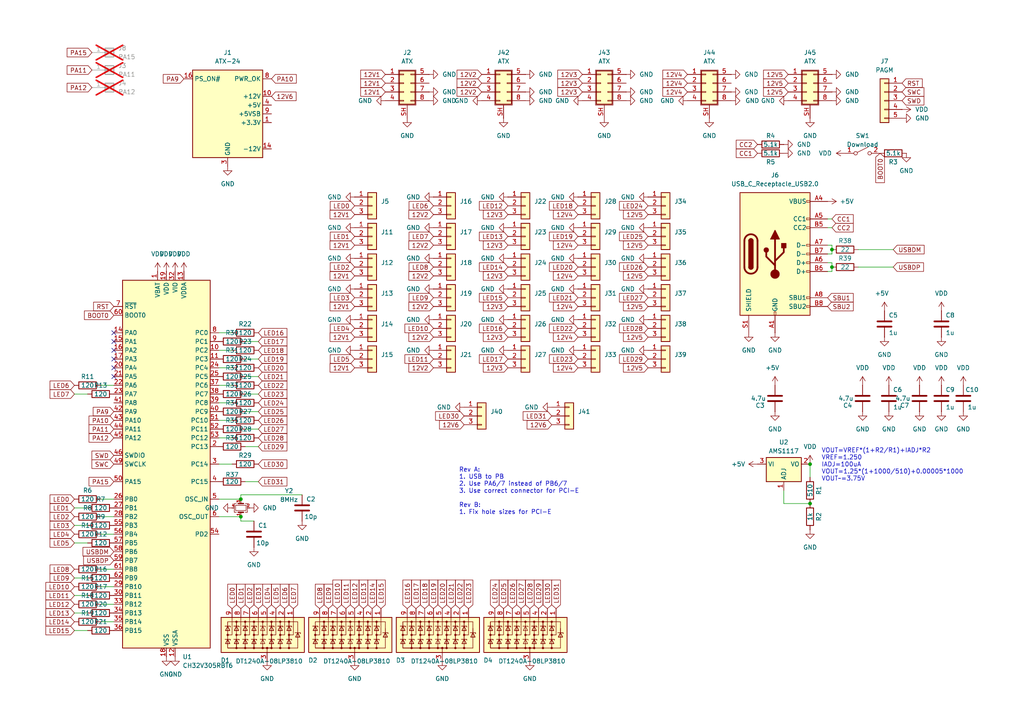
<source format=kicad_sch>
(kicad_sch (version 20250114) (generator "eeschema") (generator_version "9.0")
  (paper "A4")
  (text "Rev A:\n1. USB to PB\n2. Use PA6/7 instead of PB6/7\n3. Use correct connector for PCI-E\n\nRev B:\n1. Fix hole sizes for PCI-E" (at 133.096 135.636 0) (effects (font (size 1.27 1.27) (thickness 0.1588)) (justify left top)))
  (text "VOUT=VREF*(1+R2/R1)+IADJ*R2\nVREF=1.250\nIADJ=100uA\nVOUT=1.25*(1+1000/510)+0.00005*1000\nVOUT~=3.75V" (at 238.252 134.874 0) (effects (font (size 1.27 1.27)) (justify left)))
  (junction (at 241.3 72.39))
  (junction (at 234.95 134.62))
  (junction (at 69.85 144.78))
  (junction (at 234.95 146.05))
  (junction (at 241.3 77.47))
  (junction (at 69.85 149.86))
  (no_connect (at 33.02 104.14))
  (no_connect (at 33.02 106.68))
  (no_connect (at 33.02 99.06))
  (no_connect (at 33.02 96.52))
  (no_connect (at 33.02 101.6))
  (no_connect (at 33.02 109.22))
  (wire (pts (xy 241.3 76.2) (xy 240.03 76.2)))
  (wire (pts (xy 67.31 106.68) (xy 63.5 106.68)))
  (wire (pts (xy 29.21 144.78) (xy 33.02 144.78)))
  (wire (pts (xy 67.31 111.76) (xy 63.5 111.76)))
  (wire (pts (xy 74.93 109.22) (xy 71.12 109.22)))
  (wire (pts (xy 240.03 73.66) (xy 241.3 73.66)))
  (wire (pts (xy 241.3 72.39) (xy 241.3 73.66)))
  (wire (pts (xy 67.31 101.6) (xy 63.5 101.6)))
  (wire (pts (xy 21.59 172.72) (xy 25.4 172.72)))
  (wire (pts (xy 241.3 76.2) (xy 241.3 77.47)))
  (wire (pts (xy 21.59 177.8) (xy 25.4 177.8)))
  (wire (pts (xy 259.08 77.47) (xy 248.92 77.47)))
  (wire (pts (xy 67.31 134.62) (xy 63.5 134.62)))
  (wire (pts (xy 29.21 170.18) (xy 33.02 170.18)))
  (wire (pts (xy 74.93 129.54) (xy 71.12 129.54)))
  (wire (pts (xy 29.21 175.26) (xy 33.02 175.26)))
  (wire (pts (xy 241.3 78.74) (xy 240.03 78.74)))
  (wire (pts (xy 67.31 96.52) (xy 63.5 96.52)))
  (wire (pts (xy 74.93 99.06) (xy 71.12 99.06)))
  (wire (pts (xy 21.59 167.64) (xy 25.4 167.64)))
  (wire (pts (xy 69.85 144.78) (xy 63.5 144.78)))
  (wire (pts (xy 21.59 114.3) (xy 25.4 114.3)))
  (wire (pts (xy 74.93 139.7) (xy 71.12 139.7)))
  (wire (pts (xy 21.59 182.88) (xy 25.4 182.88)))
  (wire (pts (xy 74.93 114.3) (xy 71.12 114.3)))
  (wire (pts (xy 74.93 104.14) (xy 71.12 104.14)))
  (wire (pts (xy 67.31 121.92) (xy 63.5 121.92)))
  (wire (pts (xy 227.33 146.05) (xy 227.33 142.24)))
  (wire (pts (xy 63.5 149.86) (xy 69.85 149.86)))
  (wire (pts (xy 21.59 152.4) (xy 25.4 152.4)))
  (wire (pts (xy 67.31 127) (xy 63.5 127)))
  (wire (pts (xy 74.93 124.46) (xy 71.12 124.46)))
  (wire (pts (xy 29.21 180.34) (xy 33.02 180.34)))
  (wire (pts (xy 241.3 71.12) (xy 240.03 71.12)))
  (wire (pts (xy 29.21 154.94) (xy 33.02 154.94)))
  (wire (pts (xy 29.21 149.86) (xy 33.02 149.86)))
  (wire (pts (xy 21.59 147.32) (xy 25.4 147.32)))
  (wire (pts (xy 67.31 116.84) (xy 63.5 116.84)))
  (wire (pts (xy 259.08 72.39) (xy 248.92 72.39)))
  (wire (pts (xy 69.85 149.86) (xy 69.85 151.13)))
  (wire (pts (xy 69.85 151.13) (xy 73.66 151.13)))
  (wire (pts (xy 240.03 63.5) (xy 241.3 63.5)))
  (wire (pts (xy 69.85 143.51) (xy 87.63 143.51)))
  (wire (pts (xy 29.21 111.76) (xy 33.02 111.76)))
  (wire (pts (xy 234.95 146.05) (xy 227.33 146.05)))
  (wire (pts (xy 234.95 134.62) (xy 234.95 138.43)))
  (wire (pts (xy 69.85 143.51) (xy 69.85 144.78)))
  (wire (pts (xy 241.3 71.12) (xy 241.3 72.39)))
  (wire (pts (xy 74.93 119.38) (xy 71.12 119.38)))
  (wire (pts (xy 240.03 66.04) (xy 241.3 66.04)))
  (wire (pts (xy 29.21 165.1) (xy 33.02 165.1)))
  (wire (pts (xy 21.59 157.48) (xy 25.4 157.48)))
  (wire (pts (xy 241.3 77.47) (xy 241.3 78.74)))
  (global_label "CC1" (shape input) (at 219.71 44.45 180) (property "Intersheetrefs" "${INTERSHEET_REFS}" (effects (hide yes))))
  (global_label "12V1" (shape input) (at 111.76 21.59 180) (property "Intersheetrefs" "${INTERSHEET_REFS}" (effects (hide yes))))
  (global_label "LED0" (shape input) (at 21.59 144.78 180) (property "Intersheetrefs" "${INTERSHEET_REFS}" (effects (hide yes))))
  (global_label "RST" (shape input) (at 261.62 24.13 0) (property "Intersheetrefs" "${INTERSHEET_REFS}" (effects (hide yes))))
  (global_label "LED14" (shape input) (at 147.32 77.47 180) (property "Intersheetrefs" "${INTERSHEET_REFS}" (effects (hide yes))))
  (global_label "12V3" (shape input) (at 147.32 88.9 180) (property "Intersheetrefs" "${INTERSHEET_REFS}" (effects (hide yes))))
  (global_label "LED15" (shape input) (at 147.32 86.36 180) (property "Intersheetrefs" "${INTERSHEET_REFS}" (effects (hide yes))))
  (global_label "LED15" (shape input) (at 110.49 176.53 90) (property "Intersheetrefs" "${INTERSHEET_REFS}" (effects (hide yes))))
  (global_label "12V4" (shape input) (at 199.39 21.59 180) (property "Intersheetrefs" "${INTERSHEET_REFS}" (effects (hide yes))))
  (global_label "LED10" (shape input) (at 97.79 176.53 90) (property "Intersheetrefs" "${INTERSHEET_REFS}" (effects (hide yes))))
  (global_label "LED8" (shape input) (at 21.59 165.1 180) (property "Intersheetrefs" "${INTERSHEET_REFS}" (effects (hide yes))))
  (global_label "LED0" (shape input) (at 67.31 176.53 90) (property "Intersheetrefs" "${INTERSHEET_REFS}" (effects (hide yes))))
  (global_label "PA12" (shape input) (at 26.67 25.4 180) (property "Intersheetrefs" "${INTERSHEET_REFS}" (effects (hide yes))))
  (global_label "LED8" (shape input) (at 125.73 77.47 180) (property "Intersheetrefs" "${INTERSHEET_REFS}" (effects (hide yes))))
  (global_label "12V5" (shape input) (at 228.6 24.13 180) (property "Intersheetrefs" "${INTERSHEET_REFS}" (effects (hide yes))))
  (global_label "LED24" (shape input) (at 74.93 116.84 0) (property "Intersheetrefs" "${INTERSHEET_REFS}" (effects (hide yes))))
  (global_label "PA9" (shape input) (at 53.34 22.86 180) (property "Intersheetrefs" "${INTERSHEET_REFS}" (effects (hide yes))))
  (global_label "LED31" (shape input) (at 160.02 120.65 180) (property "Intersheetrefs" "${INTERSHEET_REFS}" (effects (hide yes))))
  (global_label "LED13" (shape input) (at 147.32 68.58 180) (property "Intersheetrefs" "${INTERSHEET_REFS}" (effects (hide yes))))
  (global_label "LED6" (shape input) (at 125.73 59.69 180) (property "Intersheetrefs" "${INTERSHEET_REFS}" (effects (hide yes))))
  (global_label "PA11" (shape input) (at 26.67 20.32 180) (property "Intersheetrefs" "${INTERSHEET_REFS}" (effects (hide yes))))
  (global_label "LED5" (shape input) (at 21.59 157.48 180) (property "Intersheetrefs" "${INTERSHEET_REFS}" (effects (hide yes))))
  (global_label "LED28" (shape input) (at 74.93 127 0) (property "Intersheetrefs" "${INTERSHEET_REFS}" (effects (hide yes))))
  (global_label "12V3" (shape input) (at 147.32 106.68 180) (property "Intersheetrefs" "${INTERSHEET_REFS}" (effects (hide yes))))
  (global_label "12V6" (shape input) (at 78.74 27.94 0) (property "Intersheetrefs" "${INTERSHEET_REFS}" (effects (hide yes))))
  (global_label "SBU1" (shape input) (at 240.03 86.36 0) (property "Intersheetrefs" "${INTERSHEET_REFS}" (effects (hide yes))))
  (global_label "12V1" (shape input) (at 111.76 24.13 180) (property "Intersheetrefs" "${INTERSHEET_REFS}" (effects (hide yes))))
  (global_label "12V5" (shape input) (at 187.96 71.12 180) (property "Intersheetrefs" "${INTERSHEET_REFS}" (effects (hide yes))))
  (global_label "12V5" (shape input) (at 228.6 21.59 180) (property "Intersheetrefs" "${INTERSHEET_REFS}" (effects (hide yes))))
  (global_label "LED30" (shape input) (at 158.75 176.53 90) (property "Intersheetrefs" "${INTERSHEET_REFS}" (effects (hide yes))))
  (global_label "PA10" (shape input) (at 33.02 121.92 180) (property "Intersheetrefs" "${INTERSHEET_REFS}" (effects (hide yes))))
  (global_label "12V3" (shape input) (at 147.32 97.79 180) (property "Intersheetrefs" "${INTERSHEET_REFS}" (effects (hide yes))))
  (global_label "CC2" (shape input) (at 241.3 66.04 0) (property "Intersheetrefs" "${INTERSHEET_REFS}" (effects (hide yes))))
  (global_label "CC1" (shape input) (at 241.3 63.5 0) (property "Intersheetrefs" "${INTERSHEET_REFS}" (effects (hide yes))))
  (global_label "LED10" (shape input) (at 21.59 170.18 180) (property "Intersheetrefs" "${INTERSHEET_REFS}" (effects (hide yes))))
  (global_label "LED17" (shape input) (at 147.32 104.14 180) (property "Intersheetrefs" "${INTERSHEET_REFS}" (effects (hide yes))))
  (global_label "LED10" (shape input) (at 125.73 95.25 180) (property "Intersheetrefs" "${INTERSHEET_REFS}" (effects (hide yes))))
  (global_label "LED30" (shape input) (at 134.62 120.65 180) (property "Intersheetrefs" "${INTERSHEET_REFS}" (effects (hide yes))))
  (global_label "LED2" (shape input) (at 72.39 176.53 90) (property "Intersheetrefs" "${INTERSHEET_REFS}" (effects (hide yes))))
  (global_label "LED7" (shape input) (at 85.09 176.53 90) (property "Intersheetrefs" "${INTERSHEET_REFS}" (effects (hide yes))))
  (global_label "PA9" (shape input) (at 33.02 119.38 180) (property "Intersheetrefs" "${INTERSHEET_REFS}" (effects (hide yes))))
  (global_label "LED17" (shape input) (at 120.65 176.53 90) (property "Intersheetrefs" "${INTERSHEET_REFS}" (effects (hide yes))))
  (global_label "LED4" (shape input) (at 21.59 154.94 180) (property "Intersheetrefs" "${INTERSHEET_REFS}" (effects (hide yes))))
  (global_label "12V1" (shape input) (at 111.76 26.67 180) (property "Intersheetrefs" "${INTERSHEET_REFS}" (effects (hide yes))))
  (global_label "LED21" (shape input) (at 74.93 109.22 0) (property "Intersheetrefs" "${INTERSHEET_REFS}" (effects (hide yes))))
  (global_label "LED19" (shape input) (at 74.93 104.14 0) (property "Intersheetrefs" "${INTERSHEET_REFS}" (effects (hide yes))))
  (global_label "LED14" (shape input) (at 21.59 180.34 180) (property "Intersheetrefs" "${INTERSHEET_REFS}" (effects (hide yes))))
  (global_label "LED3" (shape input) (at 21.59 152.4 180) (property "Intersheetrefs" "${INTERSHEET_REFS}" (effects (hide yes))))
  (global_label "12V4" (shape input) (at 167.64 106.68 180) (property "Intersheetrefs" "${INTERSHEET_REFS}" (effects (hide yes))))
  (global_label "12V4" (shape input) (at 167.64 88.9 180) (property "Intersheetrefs" "${INTERSHEET_REFS}" (effects (hide yes))))
  (global_label "LED22" (shape input) (at 74.93 111.76 0) (property "Intersheetrefs" "${INTERSHEET_REFS}" (effects (hide yes))))
  (global_label "12V5" (shape input) (at 228.6 26.67 180) (property "Intersheetrefs" "${INTERSHEET_REFS}" (effects (hide yes))))
  (global_label "LED16" (shape input) (at 118.11 176.53 90) (property "Intersheetrefs" "${INTERSHEET_REFS}" (effects (hide yes))))
  (global_label "PA15" (shape input) (at 26.67 15.24 180) (property "Intersheetrefs" "${INTERSHEET_REFS}" (effects (hide yes))))
  (global_label "LED24" (shape input) (at 143.51 176.53 90) (property "Intersheetrefs" "${INTERSHEET_REFS}" (effects (hide yes))))
  (global_label "USBDM" (shape input) (at 33.02 160.02 180) (property "Intersheetrefs" "${INTERSHEET_REFS}" (effects (hide yes))))
  (global_label "USBDP" (shape input) (at 259.08 77.47 0) (property "Intersheetrefs" "${INTERSHEET_REFS}" (effects (hide yes))))
  (global_label "12V1" (shape input) (at 102.87 97.79 180) (property "Intersheetrefs" "${INTERSHEET_REFS}" (effects (hide yes))))
  (global_label "LED4" (shape input) (at 102.87 95.25 180) (property "Intersheetrefs" "${INTERSHEET_REFS}" (effects (hide yes))))
  (global_label "12V2" (shape input) (at 125.73 80.01 180) (property "Intersheetrefs" "${INTERSHEET_REFS}" (effects (hide yes))))
  (global_label "LED28" (shape input) (at 153.67 176.53 90) (property "Intersheetrefs" "${INTERSHEET_REFS}" (effects (hide yes))))
  (global_label "LED23" (shape input) (at 135.89 176.53 90) (property "Intersheetrefs" "${INTERSHEET_REFS}" (effects (hide yes))))
  (global_label "12V3" (shape input) (at 147.32 62.23 180) (property "Intersheetrefs" "${INTERSHEET_REFS}" (effects (hide yes))))
  (global_label "LED11" (shape input) (at 21.59 172.72 180) (property "Intersheetrefs" "${INTERSHEET_REFS}" (effects (hide yes))))
  (global_label "LED31" (shape input) (at 74.93 139.7 0) (property "Intersheetrefs" "${INTERSHEET_REFS}" (effects (hide yes))))
  (global_label "LED21" (shape input) (at 130.81 176.53 90) (property "Intersheetrefs" "${INTERSHEET_REFS}" (effects (hide yes))))
  (global_label "LED9" (shape input) (at 125.73 86.36 180) (property "Intersheetrefs" "${INTERSHEET_REFS}" (effects (hide yes))))
  (global_label "LED13" (shape input) (at 21.59 177.8 180) (property "Intersheetrefs" "${INTERSHEET_REFS}" (effects (hide yes))))
  (global_label "PA10" (shape input) (at 78.74 22.86 0) (property "Intersheetrefs" "${INTERSHEET_REFS}" (effects (hide yes))))
  (global_label "PA11" (shape input) (at 33.02 124.46 180) (property "Intersheetrefs" "${INTERSHEET_REFS}" (effects (hide yes))))
  (global_label "LED26" (shape input) (at 148.59 176.53 90) (property "Intersheetrefs" "${INTERSHEET_REFS}" (effects (hide yes))))
  (global_label "LED23" (shape input) (at 74.93 114.3 0) (property "Intersheetrefs" "${INTERSHEET_REFS}" (effects (hide yes))))
  (global_label "12V5" (shape input) (at 187.96 97.79 180) (property "Intersheetrefs" "${INTERSHEET_REFS}" (effects (hide yes))))
  (global_label "LED27" (shape input) (at 151.13 176.53 90) (property "Intersheetrefs" "${INTERSHEET_REFS}" (effects (hide yes))))
  (global_label "LED19" (shape input) (at 167.64 68.58 180) (property "Intersheetrefs" "${INTERSHEET_REFS}" (effects (hide yes))))
  (global_label "12V2" (shape input) (at 125.73 97.79 180) (property "Intersheetrefs" "${INTERSHEET_REFS}" (effects (hide yes))))
  (global_label "LED1" (shape input) (at 21.59 147.32 180) (property "Intersheetrefs" "${INTERSHEET_REFS}" (effects (hide yes))))
  (global_label "12V2" (shape input) (at 139.7 21.59 180) (property "Intersheetrefs" "${INTERSHEET_REFS}" (effects (hide yes))))
  (global_label "12V2" (shape input) (at 125.73 88.9 180) (property "Intersheetrefs" "${INTERSHEET_REFS}" (effects (hide yes))))
  (global_label "LED5" (shape input) (at 102.87 104.14 180) (property "Intersheetrefs" "${INTERSHEET_REFS}" (effects (hide yes))))
  (global_label "12V5" (shape input) (at 187.96 80.01 180) (property "Intersheetrefs" "${INTERSHEET_REFS}" (effects (hide yes))))
  (global_label "12V3" (shape input) (at 168.91 26.67 180) (property "Intersheetrefs" "${INTERSHEET_REFS}" (effects (hide yes))))
  (global_label "LED7" (shape input) (at 21.59 114.3 180) (property "Intersheetrefs" "${INTERSHEET_REFS}" (effects (hide yes))))
  (global_label "12V3" (shape input) (at 168.91 21.59 180) (property "Intersheetrefs" "${INTERSHEET_REFS}" (effects (hide yes))))
  (global_label "LED27" (shape input) (at 187.96 86.36 180) (property "Intersheetrefs" "${INTERSHEET_REFS}" (effects (hide yes))))
  (global_label "LED27" (shape input) (at 74.93 124.46 0) (property "Intersheetrefs" "${INTERSHEET_REFS}" (effects (hide yes))))
  (global_label "LED20" (shape input) (at 128.27 176.53 90) (property "Intersheetrefs" "${INTERSHEET_REFS}" (effects (hide yes))))
  (global_label "LED4" (shape input) (at 77.47 176.53 90) (property "Intersheetrefs" "${INTERSHEET_REFS}" (effects (hide yes))))
  (global_label "LED16" (shape input) (at 74.93 96.52 0) (property "Intersheetrefs" "${INTERSHEET_REFS}" (effects (hide yes))))
  (global_label "LED8" (shape input) (at 92.71 176.53 90) (property "Intersheetrefs" "${INTERSHEET_REFS}" (effects (hide yes))))
  (global_label "RST" (shape input) (at 33.02 88.9 180) (property "Intersheetrefs" "${INTERSHEET_REFS}" (effects (hide yes))))
  (global_label "LED26" (shape input) (at 187.96 77.47 180) (property "Intersheetrefs" "${INTERSHEET_REFS}" (effects (hide yes))))
  (global_label "LED9" (shape input) (at 95.25 176.53 90) (property "Intersheetrefs" "${INTERSHEET_REFS}" (effects (hide yes))))
  (global_label "LED20" (shape input) (at 74.93 106.68 0) (property "Intersheetrefs" "${INTERSHEET_REFS}" (effects (hide yes))))
  (global_label "12V1" (shape input) (at 102.87 88.9 180) (property "Intersheetrefs" "${INTERSHEET_REFS}" (effects (hide yes))))
  (global_label "LED2" (shape input) (at 102.87 77.47 180) (property "Intersheetrefs" "${INTERSHEET_REFS}" (effects (hide yes))))
  (global_label "LED11" (shape input) (at 125.73 104.14 180) (property "Intersheetrefs" "${INTERSHEET_REFS}" (effects (hide yes))))
  (global_label "LED31" (shape input) (at 161.29 176.53 90) (property "Intersheetrefs" "${INTERSHEET_REFS}" (effects (hide yes))))
  (global_label "LED2" (shape input) (at 21.59 149.86 180) (property "Intersheetrefs" "${INTERSHEET_REFS}" (effects (hide yes))))
  (global_label "SWD" (shape input) (at 33.02 132.08 180) (property "Intersheetrefs" "${INTERSHEET_REFS}" (effects (hide yes))))
  (global_label "LED21" (shape input) (at 167.64 86.36 180) (property "Intersheetrefs" "${INTERSHEET_REFS}" (effects (hide yes))))
  (global_label "PA15" (shape input) (at 33.02 139.7 180) (property "Intersheetrefs" "${INTERSHEET_REFS}" (effects (hide yes))))
  (global_label "LED25" (shape input) (at 146.05 176.53 90) (property "Intersheetrefs" "${INTERSHEET_REFS}" (effects (hide yes))))
  (global_label "12V2" (shape input) (at 125.73 62.23 180) (property "Intersheetrefs" "${INTERSHEET_REFS}" (effects (hide yes))))
  (global_label "12V4" (shape input) (at 199.39 26.67 180) (property "Intersheetrefs" "${INTERSHEET_REFS}" (effects (hide yes))))
  (global_label "12V5" (shape input) (at 187.96 88.9 180) (property "Intersheetrefs" "${INTERSHEET_REFS}" (effects (hide yes))))
  (global_label "LED22" (shape input) (at 167.64 95.25 180) (property "Intersheetrefs" "${INTERSHEET_REFS}" (effects (hide yes))))
  (global_label "LED15" (shape input) (at 21.59 182.88 180) (property "Intersheetrefs" "${INTERSHEET_REFS}" (effects (hide yes))))
  (global_label "12V2" (shape input) (at 125.73 71.12 180) (property "Intersheetrefs" "${INTERSHEET_REFS}" (effects (hide yes))))
  (global_label "SWC" (shape input) (at 261.62 26.67 0) (property "Intersheetrefs" "${INTERSHEET_REFS}" (effects (hide yes))))
  (global_label "12V6" (shape input) (at 160.02 123.19 180) (property "Intersheetrefs" "${INTERSHEET_REFS}" (effects (hide yes))))
  (global_label "12V2" (shape input) (at 125.73 106.68 180) (property "Intersheetrefs" "${INTERSHEET_REFS}" (effects (hide yes))))
  (global_label "12V3" (shape input) (at 147.32 80.01 180) (property "Intersheetrefs" "${INTERSHEET_REFS}" (effects (hide yes))))
  (global_label "12V4" (shape input) (at 167.64 62.23 180) (property "Intersheetrefs" "${INTERSHEET_REFS}" (effects (hide yes))))
  (global_label "12V1" (shape input) (at 102.87 62.23 180) (property "Intersheetrefs" "${INTERSHEET_REFS}" (effects (hide yes))))
  (global_label "LED29" (shape input) (at 187.96 104.14 180) (property "Intersheetrefs" "${INTERSHEET_REFS}" (effects (hide yes))))
  (global_label "12V6" (shape input) (at 134.62 123.19 180) (property "Intersheetrefs" "${INTERSHEET_REFS}" (effects (hide yes))))
  (global_label "PA12" (shape input) (at 33.02 127 180) (property "Intersheetrefs" "${INTERSHEET_REFS}" (effects (hide yes))))
  (global_label "LED30" (shape input) (at 74.93 134.62 0) (property "Intersheetrefs" "${INTERSHEET_REFS}" (effects (hide yes))))
  (global_label "LED19" (shape input) (at 125.73 176.53 90) (property "Intersheetrefs" "${INTERSHEET_REFS}" (effects (hide yes))))
  (global_label "LED9" (shape input) (at 21.59 167.64 180) (property "Intersheetrefs" "${INTERSHEET_REFS}" (effects (hide yes))))
  (global_label "12V4" (shape input) (at 167.64 71.12 180) (property "Intersheetrefs" "${INTERSHEET_REFS}" (effects (hide yes))))
  (global_label "LED12" (shape input) (at 147.32 59.69 180) (property "Intersheetrefs" "${INTERSHEET_REFS}" (effects (hide yes))))
  (global_label "LED0" (shape input) (at 102.87 59.69 180) (property "Intersheetrefs" "${INTERSHEET_REFS}" (effects (hide yes))))
  (global_label "LED12" (shape input) (at 102.87 176.53 90) (property "Intersheetrefs" "${INTERSHEET_REFS}" (effects (hide yes))))
  (global_label "12V1" (shape input) (at 102.87 80.01 180) (property "Intersheetrefs" "${INTERSHEET_REFS}" (effects (hide yes))))
  (global_label "LED25" (shape input) (at 74.93 119.38 0) (property "Intersheetrefs" "${INTERSHEET_REFS}" (effects (hide yes))))
  (global_label "USBDP" (shape input) (at 33.02 162.56 180) (property "Intersheetrefs" "${INTERSHEET_REFS}" (effects (hide yes))))
  (global_label "12V2" (shape input) (at 139.7 24.13 180) (property "Intersheetrefs" "${INTERSHEET_REFS}" (effects (hide yes))))
  (global_label "LED24" (shape input) (at 187.96 59.69 180) (property "Intersheetrefs" "${INTERSHEET_REFS}" (effects (hide yes))))
  (global_label "CC2" (shape input) (at 219.71 41.91 180) (property "Intersheetrefs" "${INTERSHEET_REFS}" (effects (hide yes))))
  (global_label "LED11" (shape input) (at 100.33 176.53 90) (property "Intersheetrefs" "${INTERSHEET_REFS}" (effects (hide yes))))
  (global_label "LED28" (shape input) (at 187.96 95.25 180) (property "Intersheetrefs" "${INTERSHEET_REFS}" (effects (hide yes))))
  (global_label "BOOT0" (shape input) (at 255.27 44.45 270) (property "Intersheetrefs" "${INTERSHEET_REFS}" (effects (hide yes))))
  (global_label "LED3" (shape input) (at 102.87 86.36 180) (property "Intersheetrefs" "${INTERSHEET_REFS}" (effects (hide yes))))
  (global_label "12V1" (shape input) (at 102.87 71.12 180) (property "Intersheetrefs" "${INTERSHEET_REFS}" (effects (hide yes))))
  (global_label "LED6" (shape input) (at 82.55 176.53 90) (property "Intersheetrefs" "${INTERSHEET_REFS}" (effects (hide yes))))
  (global_label "12V4" (shape input) (at 167.64 97.79 180) (property "Intersheetrefs" "${INTERSHEET_REFS}" (effects (hide yes))))
  (global_label "12V5" (shape input) (at 187.96 106.68 180) (property "Intersheetrefs" "${INTERSHEET_REFS}" (effects (hide yes))))
  (global_label "LED1" (shape input) (at 69.85 176.53 90) (property "Intersheetrefs" "${INTERSHEET_REFS}" (effects (hide yes))))
  (global_label "LED23" (shape input) (at 167.64 104.14 180) (property "Intersheetrefs" "${INTERSHEET_REFS}" (effects (hide yes))))
  (global_label "LED5" (shape input) (at 80.01 176.53 90) (property "Intersheetrefs" "${INTERSHEET_REFS}" (effects (hide yes))))
  (global_label "LED29" (shape input) (at 156.21 176.53 90) (property "Intersheetrefs" "${INTERSHEET_REFS}" (effects (hide yes))))
  (global_label "12V2" (shape input) (at 139.7 26.67 180) (property "Intersheetrefs" "${INTERSHEET_REFS}" (effects (hide yes))))
  (global_label "LED25" (shape input) (at 187.96 68.58 180) (property "Intersheetrefs" "${INTERSHEET_REFS}" (effects (hide yes))))
  (global_label "LED6" (shape input) (at 21.59 111.76 180) (property "Intersheetrefs" "${INTERSHEET_REFS}" (effects (hide yes))))
  (global_label "LED18" (shape input) (at 167.64 59.69 180) (property "Intersheetrefs" "${INTERSHEET_REFS}" (effects (hide yes))))
  (global_label "LED16" (shape input) (at 147.32 95.25 180) (property "Intersheetrefs" "${INTERSHEET_REFS}" (effects (hide yes))))
  (global_label "12V4" (shape input) (at 167.64 80.01 180) (property "Intersheetrefs" "${INTERSHEET_REFS}" (effects (hide yes))))
  (global_label "LED12" (shape input) (at 21.59 175.26 180) (property "Intersheetrefs" "${INTERSHEET_REFS}" (effects (hide yes))))
  (global_label "SWD" (shape input) (at 261.62 29.21 0) (property "Intersheetrefs" "${INTERSHEET_REFS}" (effects (hide yes))))
  (global_label "LED18" (shape input) (at 123.19 176.53 90) (property "Intersheetrefs" "${INTERSHEET_REFS}" (effects (hide yes))))
  (global_label "LED22" (shape input) (at 133.35 176.53 90) (property "Intersheetrefs" "${INTERSHEET_REFS}" (effects (hide yes))))
  (global_label "SBU2" (shape input) (at 240.03 88.9 0) (property "Intersheetrefs" "${INTERSHEET_REFS}" (effects (hide yes))))
  (global_label "LED26" (shape input) (at 74.93 121.92 0) (property "Intersheetrefs" "${INTERSHEET_REFS}" (effects (hide yes))))
  (global_label "BOOT0" (shape input) (at 33.02 91.44 180) (property "Intersheetrefs" "${INTERSHEET_REFS}" (effects (hide yes))))
  (global_label "12V5" (shape input) (at 187.96 62.23 180) (property "Intersheetrefs" "${INTERSHEET_REFS}" (effects (hide yes))))
  (global_label "USBDM" (shape input) (at 259.08 72.39 0) (property "Intersheetrefs" "${INTERSHEET_REFS}" (effects (hide yes))))
  (global_label "LED17" (shape input) (at 74.93 99.06 0) (property "Intersheetrefs" "${INTERSHEET_REFS}" (effects (hide yes))))
  (global_label "12V3" (shape input) (at 168.91 24.13 180) (property "Intersheetrefs" "${INTERSHEET_REFS}" (effects (hide yes))))
  (global_label "LED3" (shape input) (at 74.93 176.53 90) (property "Intersheetrefs" "${INTERSHEET_REFS}" (effects (hide yes))))
  (global_label "LED20" (shape input) (at 167.64 77.47 180) (property "Intersheetrefs" "${INTERSHEET_REFS}" (effects (hide yes))))
  (global_label "LED7" (shape input) (at 125.73 68.58 180) (property "Intersheetrefs" "${INTERSHEET_REFS}" (effects (hide yes))))
  (global_label "12V3" (shape input) (at 147.32 71.12 180) (property "Intersheetrefs" "${INTERSHEET_REFS}" (effects (hide yes))))
  (global_label "LED13" (shape input) (at 105.41 176.53 90) (property "Intersheetrefs" "${INTERSHEET_REFS}" (effects (hide yes))))
  (global_label "LED14" (shape input) (at 107.95 176.53 90) (property "Intersheetrefs" "${INTERSHEET_REFS}" (effects (hide yes))))
  (global_label "12V1" (shape input) (at 102.87 106.68 180) (property "Intersheetrefs" "${INTERSHEET_REFS}" (effects (hide yes))))
  (global_label "LED29" (shape input) (at 74.93 129.54 0) (property "Intersheetrefs" "${INTERSHEET_REFS}" (effects (hide yes))))
  (global_label "LED1" (shape input) (at 102.87 68.58 180) (property "Intersheetrefs" "${INTERSHEET_REFS}" (effects (hide yes))))
  (global_label "SWC" (shape input) (at 33.02 134.62 180) (property "Intersheetrefs" "${INTERSHEET_REFS}" (effects (hide yes))))
  (global_label "LED18" (shape input) (at 74.93 101.6 0) (property "Intersheetrefs" "${INTERSHEET_REFS}" (effects (hide yes))))
  (global_label "12V4" (shape input) (at 199.39 24.13 180) (property "Intersheetrefs" "${INTERSHEET_REFS}" (effects (hide yes))))
  (symbol (lib_id "Device:R") (at 29.21 152.4 270) (unit 1)
    (property "Reference" "R9" (at 29.21 149.86 90))
    (property "Value" "120" (at 29.21 152.4 90))
    (property "Footprint" "Resistor_SMD:R_0402_1005Metric" (effects (hide yes)))
    (property "LCSC" "C25079" (effects (hide yes)))
  )
  (symbol (lib_name "GND_2") (lib_id "power:GND") (at 257.81 119.38 0) (unit 1)
    (property "Reference" "#PWR014" (effects (hide yes)))
    (property "Value" "GND" (at 257.81 124.46 0))
    (property "Description" "Power symbol creates a global label with name \"GND\" , ground" (effects (hide yes)))
  )
  (symbol (lib_id "Power_Protection:DT1240A-08LP3810") (at 77.47 184.15 0) (mirror y) (unit 1)
    (property "Reference" "D1" (at 64.008 191.516 0) (effects (justify right)))
    (property "Value" "DT1240A-08LP3810" (at 68.326 191.77 0) (effects (justify right)))
    (property "Footprint" "Package_DFN_QFN:UDFN-9_1.0x3.8mm_P0.5mm" (effects (hide yes)))
    (property "Datasheet" "https://www.diodes.com/assets/Datasheets/DT1240A-08LP3810.pdf" (effects (hide yes)))
    (property "Description" "Low Capacitance TVS Diode Array, 3.3V Standoff, 8 Channels, UDFN-9" (effects (hide yes)))
    (property "LCSC" "C526598" (effects (hide yes)))
  )
  (symbol (lib_name "GND_2") (lib_id "power:GND") (at 212.09 21.59 90) (unit 1)
    (property "Reference" "#PWR089" (effects (hide yes)))
    (property "Value" "GND" (at 215.9 21.5899 90) (effects (justify right)))
    (property "Description" "Power symbol creates a global label with name \"GND\" , ground" (effects (hide yes)))
  )
  (symbol (lib_name "VDD_1") (lib_id "power:VDD") (at 273.05 90.17 0) (unit 1)
    (property "Reference" "#PWR031" (effects (hide yes)))
    (property "Value" "VDD" (at 273.05 85.09 0))
    (property "Description" "Power symbol creates a global label with name \"VDD\"" (effects (hide yes)))
  )
  (symbol (lib_id "Connector_Generic:Conn_01x03") (at 139.7 120.65 0) (unit 1)
    (property "Reference" "J40" (at 142.24 119.3799 0) (effects (justify left)))
    (property "Value" "LED" (effects (hide yes)))
    (property "Footprint" "TerminalBlock_TE-Connectivity:TerminalBlock_TE_282834-3_1x03_P2.54mm_Horizontal" (effects (hide yes)))
    (property "Description" "Generic connector, single row, 01x03, script generated (kicad-library-utils/schlib/autogen/connector/)" (effects (hide yes)))
    (property "LCSC" "C234181" (effects (hide yes)))
  )
  (symbol (lib_id "Device:C") (at 87.63 147.32 180) (unit 1)
    (property "Reference" "C2" (at 90.17 144.78 0))
    (property "Value" "10p" (at 90.17 149.86 0))
    (property "Footprint" "Resistor_SMD:R_0402_1005Metric" (effects (hide yes)))
    (property "LCSC" "C32949" (effects (hide yes)))
  )
  (symbol (lib_id "Connector_Generic:Conn_01x03") (at 165.1 120.65 0) (unit 1)
    (property "Reference" "J41" (at 167.64 119.3799 0) (effects (justify left)))
    (property "Value" "LED" (effects (hide yes)))
    (property "Footprint" "TerminalBlock_TE-Connectivity:TerminalBlock_TE_282834-3_1x03_P2.54mm_Horizontal" (effects (hide yes)))
    (property "Description" "Generic connector, single row, 01x03, script generated (kicad-library-utils/schlib/autogen/connector/)" (effects (hide yes)))
    (property "LCSC" "C234181" (effects (hide yes)))
  )
  (symbol (lib_id "Device:R") (at 25.4 111.76 270) (unit 1)
    (property "Reference" "R11" (at 25.4 109.22 90))
    (property "Value" "120" (at 25.4 111.76 90))
    (property "Footprint" "Resistor_SMD:R_0402_1005Metric" (effects (hide yes)))
    (property "LCSC" "C25079" (effects (hide yes)))
  )
  (symbol (lib_name "VDD_2") (lib_id "power:VDD") (at 257.81 111.76 0) (unit 1)
    (property "Reference" "#PWR022" (effects (hide yes)))
    (property "Value" "VDD" (at 257.81 106.68 0))
    (property "Description" "Power symbol creates a global label with name \"VDD\"" (effects (hide yes)))
  )
  (symbol (lib_id "Connector_Generic:Conn_01x03") (at 152.4 77.47 0) (unit 1)
    (property "Reference" "J24" (at 154.94 76.1999 0) (effects (justify left)))
    (property "Value" "LED" (effects (hide yes)))
    (property "Footprint" "TerminalBlock_TE-Connectivity:TerminalBlock_TE_282834-3_1x03_P2.54mm_Horizontal" (effects (hide yes)))
    (property "Description" "Generic connector, single row, 01x03, script generated (kicad-library-utils/schlib/autogen/connector/)" (effects (hide yes)))
    (property "LCSC" "C234181" (effects (hide yes)))
  )
  (symbol (lib_id "Device:R") (at 223.52 44.45 90) (unit 1)
    (property "Reference" "R5" (at 223.52 46.99 90))
    (property "Value" "5.1k" (at 223.52 44.45 90))
    (property "Footprint" "Resistor_SMD:R_0402_1005Metric" (effects (hide yes)))
    (property "LCSC" "C25905" (effects (hide yes)))
  )
  (symbol (lib_id "Connector_Generic:Conn_01x03") (at 152.4 104.14 0) (unit 1)
    (property "Reference" "J27" (at 154.94 102.8699 0) (effects (justify left)))
    (property "Value" "LED" (effects (hide yes)))
    (property "Footprint" "TerminalBlock_TE-Connectivity:TerminalBlock_TE_282834-3_1x03_P2.54mm_Horizontal" (effects (hide yes)))
    (property "Description" "Generic connector, single row, 01x03, script generated (kicad-library-utils/schlib/autogen/connector/)" (effects (hide yes)))
    (property "LCSC" "C234181" (effects (hide yes)))
  )
  (symbol (lib_id "Device:R") (at 71.12 106.68 90) (mirror x) (unit 1)
    (property "Reference" "R24" (at 71.12 104.14 90))
    (property "Value" "120" (at 71.12 106.68 90))
    (property "Footprint" "Resistor_SMD:R_0402_1005Metric" (effects (hide yes)))
    (property "LCSC" "C25079" (effects (hide yes)))
  )
  (symbol (lib_name "GND_1") (lib_id "power:GND") (at 187.96 74.93 270) (unit 1)
    (property "Reference" "#PWR066" (effects (hide yes)))
    (property "Value" "GND" (at 184.15 74.9299 90) (effects (justify right)))
    (property "Description" "Power symbol creates a global label with name \"GND\" , ground" (effects (hide yes)))
  )
  (symbol (lib_name "GND_2") (lib_id "power:GND") (at 152.4 26.67 90) (unit 1)
    (property "Reference" "#PWR080" (effects (hide yes)))
    (property "Value" "GND" (at 156.21 26.6699 90) (effects (justify right)))
    (property "Description" "Power symbol creates a global label with name \"GND\" , ground" (effects (hide yes)))
  )
  (symbol (lib_name "GND_1") (lib_id "power:GND") (at 167.64 74.93 270) (unit 1)
    (property "Reference" "#PWR060" (effects (hide yes)))
    (property "Value" "GND" (at 163.83 74.9299 90) (effects (justify right)))
    (property "Description" "Power symbol creates a global label with name \"GND\" , ground" (effects (hide yes)))
  )
  (symbol (lib_id "Device:R") (at 29.21 157.48 270) (unit 1)
    (property "Reference" "R12" (at 29.21 154.94 90))
    (property "Value" "120" (at 29.21 157.48 90))
    (property "Footprint" "Resistor_SMD:R_0402_1005Metric" (effects (hide yes)))
    (property "LCSC" "C25079" (effects (hide yes)))
  )
  (symbol (lib_id "Device:R") (at 29.21 182.88 270) (unit 1)
    (property "Reference" "R21" (at 29.21 180.34 90))
    (property "Value" "120" (at 29.21 182.88 90))
    (property "Footprint" "Resistor_SMD:R_0402_1005Metric" (effects (hide yes)))
    (property "LCSC" "C25079" (effects (hide yes)))
  )
  (symbol (lib_id "Connector_Generic:Conn_01x03") (at 107.95 59.69 0) (unit 1)
    (property "Reference" "J5" (at 110.49 58.4199 0) (effects (justify left)))
    (property "Value" "LED" (effects (hide yes)))
    (property "Footprint" "TerminalBlock_TE-Connectivity:TerminalBlock_TE_282834-3_1x03_P2.54mm_Horizontal" (effects (hide yes)))
    (property "Description" "Generic connector, single row, 01x03, script generated (kicad-library-utils/schlib/autogen/connector/)" (effects (hide yes)))
    (property "LCSC" "C234181" (effects (hide yes)))
  )
  (symbol (lib_name "GND_2") (lib_id "power:GND") (at 279.4 119.38 0) (unit 1)
    (property "Reference" "#PWR0100" (effects (hide yes)))
    (property "Value" "GND" (at 279.4 124.46 0))
    (property "Description" "Power symbol creates a global label with name \"GND\" , ground" (effects (hide yes)))
  )
  (symbol (lib_name "GND_2") (lib_id "power:GND") (at 212.09 26.67 90) (unit 1)
    (property "Reference" "#PWR090" (effects (hide yes)))
    (property "Value" "GND" (at 215.9 26.6699 90) (effects (justify right)))
    (property "Description" "Power symbol creates a global label with name \"GND\" , ground" (effects (hide yes)))
  )
  (symbol (lib_id "Device:R") (at 71.12 101.6 90) (mirror x) (unit 1)
    (property "Reference" "R23" (at 71.12 99.06 90))
    (property "Value" "120" (at 71.12 101.6 90))
    (property "Footprint" "Resistor_SMD:R_0402_1005Metric" (effects (hide yes)))
    (property "LCSC" "C25079" (effects (hide yes)))
  )
  (symbol (lib_id "Connector_Generic:Conn_01x03") (at 130.81 68.58 0) (unit 1)
    (property "Reference" "J17" (at 133.35 67.3099 0) (effects (justify left)))
    (property "Value" "LED" (effects (hide yes)))
    (property "Footprint" "TerminalBlock_TE-Connectivity:TerminalBlock_TE_282834-3_1x03_P2.54mm_Horizontal" (effects (hide yes)))
    (property "Description" "Generic connector, single row, 01x03, script generated (kicad-library-utils/schlib/autogen/connector/)" (effects (hide yes)))
    (property "LCSC" "C234181" (effects (hide yes)))
  )
  (symbol (lib_id "Connector_Generic:Conn_01x03") (at 107.95 95.25 0) (unit 1)
    (property "Reference" "J14" (at 110.49 93.9799 0) (effects (justify left)))
    (property "Value" "LED" (effects (hide yes)))
    (property "Footprint" "TerminalBlock_TE-Connectivity:TerminalBlock_TE_282834-3_1x03_P2.54mm_Horizontal" (effects (hide yes)))
    (property "Description" "Generic connector, single row, 01x03, script generated (kicad-library-utils/schlib/autogen/connector/)" (effects (hide yes)))
    (property "LCSC" "C234181" (effects (hide yes)))
  )
  (symbol (lib_id "Device:R") (at 67.31 129.54 90) (mirror x) (unit 1)
    (property "Reference" "R36" (at 67.31 127 90))
    (property "Value" "120" (at 67.31 129.54 90))
    (property "Footprint" "Resistor_SMD:R_0402_1005Metric" (effects (hide yes)))
    (property "LCSC" "C25079" (effects (hide yes)))
  )
  (symbol (lib_id "Device:C") (at 279.4 115.57 180) (unit 1)
    (property "Reference" "C10" (at 281.94 113.03 0))
    (property "Value" "1u" (at 281.94 118.11 0))
    (property "Footprint" "Resistor_SMD:R_0402_1005Metric" (effects (hide yes)))
    (property "LCSC" "C52923" (effects (hide yes)))
  )
  (symbol (lib_name "GND_1") (lib_id "power:GND") (at 125.73 57.15 270) (unit 1)
    (property "Reference" "#PWR045" (effects (hide yes)))
    (property "Value" "GND" (at 121.92 57.1499 90) (effects (justify right)))
    (property "Description" "Power symbol creates a global label with name \"GND\" , ground" (effects (hide yes)))
  )
  (symbol (lib_id "Connector_Generic:Conn_01x03") (at 152.4 59.69 0) (unit 1)
    (property "Reference" "J22" (at 154.94 58.4199 0) (effects (justify left)))
    (property "Value" "LED" (effects (hide yes)))
    (property "Footprint" "TerminalBlock_TE-Connectivity:TerminalBlock_TE_282834-3_1x03_P2.54mm_Horizontal" (effects (hide yes)))
    (property "Description" "Generic connector, single row, 01x03, script generated (kicad-library-utils/schlib/autogen/connector/)" (effects (hide yes)))
    (property "LCSC" "C234181" (effects (hide yes)))
  )
  (symbol (lib_name "GND_2") (lib_id "power:GND") (at 124.46 26.67 90) (unit 1)
    (property "Reference" "#PWR075" (effects (hide yes)))
    (property "Value" "GND" (at 128.27 26.6699 90) (effects (justify right)))
    (property "Description" "Power symbol creates a global label with name \"GND\" , ground" (effects (hide yes)))
  )
  (symbol (lib_id "Device:R") (at 71.12 96.52 90) (mirror x) (unit 1)
    (property "Reference" "R22" (at 71.12 93.98 90))
    (property "Value" "120" (at 71.12 96.52 90))
    (property "Footprint" "Resistor_SMD:R_0402_1005Metric" (effects (hide yes)))
    (property "LCSC" "C25079" (effects (hide yes)))
  )
  (symbol (lib_name "VDD_2") (lib_id "power:VDD") (at 266.7 111.76 0) (unit 1)
    (property "Reference" "#PWR027" (effects (hide yes)))
    (property "Value" "VDD" (at 266.7 106.68 0))
    (property "Description" "Power symbol creates a global label with name \"VDD\"" (effects (hide yes)))
  )
  (symbol (lib_id "Device:R") (at 29.21 167.64 270) (unit 1)
    (property "Reference" "R16" (at 29.21 165.1 90))
    (property "Value" "120" (at 29.21 167.64 90))
    (property "Footprint" "Resistor_SMD:R_0402_1005Metric" (effects (hide yes)))
    (property "LCSC" "C25079" (effects (hide yes)))
  )
  (symbol (lib_name "GND_2") (lib_id "power:GND") (at 181.61 21.59 90) (unit 1)
    (property "Reference" "#PWR084" (effects (hide yes)))
    (property "Value" "GND" (at 185.42 21.5899 90) (effects (justify right)))
    (property "Description" "Power symbol creates a global label with name \"GND\" , ground" (effects (hide yes)))
  )
  (symbol (lib_name "GND_1") (lib_id "power:GND") (at 102.87 83.82 270) (unit 1)
    (property "Reference" "#PWR042" (effects (hide yes)))
    (property "Value" "GND" (at 99.06 83.8199 90) (effects (justify right)))
    (property "Description" "Power symbol creates a global label with name \"GND\" , ground" (effects (hide yes)))
  )
  (symbol (lib_name "GND_2") (lib_id "power:GND") (at 152.4 21.59 90) (unit 1)
    (property "Reference" "#PWR079" (effects (hide yes)))
    (property "Value" "GND" (at 156.21 21.5899 90) (effects (justify right)))
    (property "Description" "Power symbol creates a global label with name \"GND\" , ground" (effects (hide yes)))
  )
  (symbol (lib_name "GND_2") (lib_id "power:GND") (at 199.39 29.21 270) (unit 1)
    (property "Reference" "#PWR077" (effects (hide yes)))
    (property "Value" "GND" (at 195.58 29.2099 90) (effects (justify right)))
    (property "Description" "Power symbol creates a global label with name \"GND\" , ground" (effects (hide yes)))
  )
  (symbol (lib_name "GND_1") (lib_id "power:GND") (at 167.64 101.6 270) (unit 1)
    (property "Reference" "#PWR063" (effects (hide yes)))
    (property "Value" "GND" (at 163.83 101.5999 90) (effects (justify right)))
    (property "Description" "Power symbol creates a global label with name \"GND\" , ground" (effects (hide yes)))
  )
  (symbol (lib_name "GND_2") (lib_id "power:GND") (at 146.05 34.29 0) (unit 1)
    (property "Reference" "#PWR072" (effects (hide yes)))
    (property "Value" "GND" (at 146.05 39.37 0))
    (property "Description" "Power symbol creates a global label with name \"GND\" , ground" (effects (hide yes)))
  )
  (symbol (lib_name "GND_1") (lib_id "power:GND") (at 134.62 118.11 270) (unit 1)
    (property "Reference" "#PWR070" (effects (hide yes)))
    (property "Value" "GND" (at 130.81 118.1099 90) (effects (justify right)))
    (property "Description" "Power symbol creates a global label with name \"GND\" , ground" (effects (hide yes)))
  )
  (symbol (lib_id "Device:C") (at 266.7 115.57 180) (unit 1)
    (property "Reference" "C7" (at 262.382 117.602 0))
    (property "Value" "4.7u" (at 261.874 115.57 0))
    (property "Footprint" "Capacitor_SMD:C_0805_2012Metric" (effects (hide yes)))
    (property "LCSC" "C1779" (effects (hide yes)))
  )
  (symbol (lib_id "Connector_Generic:Conn_01x05") (at 256.54 29.21 0) (mirror y) (unit 1)
    (property "Reference" "J7" (at 256.54 17.78 0))
    (property "Value" "PAGM" (at 256.54 20.32 0))
    (property "Footprint" "Connector_PinHeader_2.54mm:PinHeader_1x05_P2.54mm_Vertical" (effects (hide yes)))
    (property "Description" "Generic connector, single row, 01x05, script generated (kicad-library-utils/schlib/autogen/connector/)" (effects (hide yes)))
    (property "LCSC" "C32713271" (effects (hide yes)))
  )
  (symbol (lib_name "GND_1") (lib_id "power:GND") (at 167.64 92.71 270) (unit 1)
    (property "Reference" "#PWR062" (effects (hide yes)))
    (property "Value" "GND" (at 163.83 92.7099 90) (effects (justify right)))
    (property "Description" "Power symbol creates a global label with name \"GND\" , ground" (effects (hide yes)))
  )
  (symbol (lib_id "Connector_Generic_Shielded:Conn_02x04_Top_Bottom_Shielded") (at 144.78 24.13 0) (unit 1)
    (property "Reference" "J42" (at 146.05 15.24 0))
    (property "Value" "ATX" (at 146.05 17.78 0))
    (property "Footprint" "cnhardware:Molex_Mini-Fit_-PCI_EXPRESS-_2x04_P4.20mm_Vertical" (effects (hide yes)))
    (property "Description" "Generic shielded connector, double row, 02x04, top/bottom pin numbering scheme (row 1: 1...pins_per_row, row2: pins_per_row+1 ... num_pins), script generated (kicad-library-utils/schlib/autogen/connector/)" (effects (hide yes)))
    (property "LCSC" "C2886679" (effects (hide yes)))
  )
  (symbol (lib_id "Device:R") (at 29.21 114.3 270) (unit 1)
    (property "Reference" "R13" (at 29.21 111.76 90))
    (property "Value" "120" (at 29.21 114.3 90))
    (property "Footprint" "Resistor_SMD:R_0402_1005Metric" (effects (hide yes)))
    (property "LCSC" "C25079" (effects (hide yes)))
  )
  (symbol (lib_name "GND_1") (lib_id "power:GND") (at 102.87 74.93 270) (unit 1)
    (property "Reference" "#PWR041" (effects (hide yes)))
    (property "Value" "GND" (at 99.06 74.9299 90) (effects (justify right)))
    (property "Description" "Power symbol creates a global label with name \"GND\" , ground" (effects (hide yes)))
  )
  (symbol (lib_id "Connector_Generic:Conn_01x03") (at 130.81 86.36 0) (unit 1)
    (property "Reference" "J19" (at 133.35 85.0899 0) (effects (justify left)))
    (property "Value" "LED" (effects (hide yes)))
    (property "Footprint" "TerminalBlock_TE-Connectivity:TerminalBlock_TE_282834-3_1x03_P2.54mm_Horizontal" (effects (hide yes)))
    (property "Description" "Generic connector, single row, 01x03, script generated (kicad-library-utils/schlib/autogen/connector/)" (effects (hide yes)))
    (property "LCSC" "C234181" (effects (hide yes)))
  )
  (symbol (lib_name "GND_1") (lib_id "power:GND") (at 167.64 66.04 270) (unit 1)
    (property "Reference" "#PWR059" (effects (hide yes)))
    (property "Value" "GND" (at 163.83 66.0399 90) (effects (justify right)))
    (property "Description" "Power symbol creates a global label with name \"GND\" , ground" (effects (hide yes)))
  )
  (symbol (lib_name "GND_2") (lib_id "power:GND") (at 50.8 190.5 0) (unit 1)
    (property "Reference" "#PWR03" (effects (hide yes)))
    (property "Value" "GND" (at 50.8 195.58 0))
    (property "Description" "Power symbol creates a global label with name \"GND\" , ground" (effects (hide yes)))
  )
  (symbol (lib_id "Connector_Generic:Conn_01x03") (at 172.72 95.25 0) (unit 1)
    (property "Reference" "J32" (at 175.26 93.9799 0) (effects (justify left)))
    (property "Value" "LED" (effects (hide yes)))
    (property "Footprint" "TerminalBlock_TE-Connectivity:TerminalBlock_TE_282834-3_1x03_P2.54mm_Horizontal" (effects (hide yes)))
    (property "Description" "Generic connector, single row, 01x03, script generated (kicad-library-utils/schlib/autogen/connector/)" (effects (hide yes)))
    (property "LCSC" "C234181" (effects (hide yes)))
  )
  (symbol (lib_name "GND_2") (lib_id "power:GND") (at 102.87 191.77 0) (unit 1)
    (property "Reference" "#PWR036" (effects (hide yes)))
    (property "Value" "GND" (at 102.87 196.85 0))
    (property "Description" "Power symbol creates a global label with name \"GND\" , ground" (effects (hide yes)))
  )
  (symbol (lib_name "GND_2") (lib_id "power:GND") (at 273.05 97.79 0) (unit 1)
    (property "Reference" "#PWR032" (effects (hide yes)))
    (property "Value" "GND" (at 273.05 102.87 0))
    (property "Description" "Power symbol creates a global label with name \"GND\" , ground" (effects (hide yes)))
  )
  (symbol (lib_id "Device:C") (at 273.05 115.57 180) (unit 1)
    (property "Reference" "C9" (at 275.59 113.03 0))
    (property "Value" "1u" (at 275.59 118.11 0))
    (property "Footprint" "Resistor_SMD:R_0402_1005Metric" (effects (hide yes)))
    (property "LCSC" "C52923" (effects (hide yes)))
  )
  (symbol (lib_name "GND_1") (lib_id "power:GND") (at 147.32 83.82 270) (unit 1)
    (property "Reference" "#PWR054" (effects (hide yes)))
    (property "Value" "GND" (at 143.51 83.8199 90) (effects (justify right)))
    (property "Description" "Power symbol creates a global label with name \"GND\" , ground" (effects (hide yes)))
  )
  (symbol (lib_id "Connector_Generic:Conn_01x03") (at 130.81 95.25 0) (unit 1)
    (property "Reference" "J20" (at 133.35 93.9799 0) (effects (justify left)))
    (property "Value" "LED" (effects (hide yes)))
    (property "Footprint" "TerminalBlock_TE-Connectivity:TerminalBlock_TE_282834-3_1x03_P2.54mm_Horizontal" (effects (hide yes)))
    (property "Description" "Generic connector, single row, 01x03, script generated (kicad-library-utils/schlib/autogen/connector/)" (effects (hide yes)))
    (property "LCSC" "C234181" (effects (hide yes)))
  )
  (symbol (lib_id "Device:R") (at 25.4 165.1 270) (unit 1)
    (property "Reference" "R14" (effects (hide yes)))
    (property "Value" "120" (at 25.4 165.1 90))
    (property "Footprint" "Resistor_SMD:R_0402_1005Metric" (effects (hide yes)))
    (property "LCSC" "C25079" (effects (hide yes)))
  )
  (symbol (lib_name "GND_1") (lib_id "power:GND") (at 147.32 101.6 270) (unit 1)
    (property "Reference" "#PWR056" (effects (hide yes)))
    (property "Value" "GND" (at 143.51 101.5999 90) (effects (justify right)))
    (property "Description" "Power symbol creates a global label with name \"GND\" , ground" (effects (hide yes)))
  )
  (symbol (lib_name "GND_1") (lib_id "power:GND") (at 187.96 57.15 270) (unit 1)
    (property "Reference" "#PWR064" (effects (hide yes)))
    (property "Value" "GND" (at 184.15 57.1499 90) (effects (justify right)))
    (property "Description" "Power symbol creates a global label with name \"GND\" , ground" (effects (hide yes)))
  )
  (symbol (lib_name "VDD_2") (lib_id "power:VDD") (at 273.05 111.76 0) (unit 1)
    (property "Reference" "#PWR033" (effects (hide yes)))
    (property "Value" "VDD" (at 273.05 106.68 0))
    (property "Description" "Power symbol creates a global label with name \"VDD\"" (effects (hide yes)))
  )
  (symbol (lib_name "GND_1") (lib_id "power:GND") (at 187.96 92.71 270) (unit 1)
    (property "Reference" "#PWR068" (effects (hide yes)))
    (property "Value" "GND" (at 184.15 92.7099 90) (effects (justify right)))
    (property "Description" "Power symbol creates a global label with name \"GND\" , ground" (effects (hide yes)))
  )
  (symbol (lib_name "GND_1") (lib_id "power:GND") (at 167.64 83.82 270) (unit 1)
    (property "Reference" "#PWR061" (effects (hide yes)))
    (property "Value" "GND" (at 163.83 83.8199 90) (effects (justify right)))
    (property "Description" "Power symbol creates a global label with name \"GND\" , ground" (effects (hide yes)))
  )
  (symbol (lib_id "Connector_Generic:Conn_01x03") (at 172.72 59.69 0) (unit 1)
    (property "Reference" "J28" (at 175.26 58.4199 0) (effects (justify left)))
    (property "Value" "LED" (effects (hide yes)))
    (property "Footprint" "TerminalBlock_TE-Connectivity:TerminalBlock_TE_282834-3_1x03_P2.54mm_Horizontal" (effects (hide yes)))
    (property "Description" "Generic connector, single row, 01x03, script generated (kicad-library-utils/schlib/autogen/connector/)" (effects (hide yes)))
    (property "LCSC" "C234181" (effects (hide yes)))
  )
  (symbol (lib_id "Device:R") (at 245.11 77.47 90) (mirror x) (unit 1)
    (property "Reference" "R39" (at 245.11 74.93 90))
    (property "Value" "22" (at 245.11 77.47 90))
    (property "Footprint" "Resistor_SMD:R_0402_1005Metric" (effects (hide yes)))
    (property "LCSC" "C25092" (effects (hide yes)))
  )
  (symbol (lib_name "GND_1") (lib_id "power:GND") (at 147.32 74.93 270) (unit 1)
    (property "Reference" "#PWR053" (effects (hide yes)))
    (property "Value" "GND" (at 143.51 74.9299 90) (effects (justify right)))
    (property "Description" "Power symbol creates a global label with name \"GND\" , ground" (effects (hide yes)))
  )
  (symbol (lib_name "GND_2") (lib_id "power:GND") (at 152.4 29.21 90) (unit 1)
    (property "Reference" "#PWR081" (effects (hide yes)))
    (property "Value" "GND" (at 156.21 29.2099 90) (effects (justify right)))
    (property "Description" "Power symbol creates a global label with name \"GND\" , ground" (effects (hide yes)))
  )
  (symbol (lib_name "GND_1") (lib_id "power:GND") (at 102.87 101.6 270) (unit 1)
    (property "Reference" "#PWR044" (effects (hide yes)))
    (property "Value" "GND" (at 99.06 101.5999 90) (effects (justify right)))
    (property "Description" "Power symbol creates a global label with name \"GND\" , ground" (effects (hide yes)))
  )
  (symbol (lib_name "VDD_2") (lib_id "power:VDD") (at 250.19 111.76 0) (unit 1)
    (property "Reference" "#PWR018" (effects (hide yes)))
    (property "Value" "VDD" (at 250.19 106.68 0))
    (property "Description" "Power symbol creates a global label with name \"VDD\"" (effects (hide yes)))
  )
  (symbol (lib_name "GND_2") (lib_id "power:GND") (at 72.39 147.32 90) (unit 1)
    (property "Reference" "#PWR097" (effects (hide yes)))
    (property "Value" "GND" (at 76.2 147.3199 90) (effects (justify right)))
    (property "Description" "Power symbol creates a global label with name \"GND\" , ground" (effects (hide yes)))
  )
  (symbol (lib_name "VDD_2") (lib_id "power:VDD") (at 48.26 78.74 0) (unit 1)
    (property "Reference" "#PWR02" (effects (hide yes)))
    (property "Value" "VDD" (at 48.26 73.66 0))
    (property "Description" "Power symbol creates a global label with name \"VDD\"" (effects (hide yes)))
  )
  (symbol (lib_name "GND_2") (lib_id "power:GND") (at 256.54 97.79 0) (unit 1)
    (property "Reference" "#PWR028" (effects (hide yes)))
    (property "Value" "GND" (at 256.54 102.87 0))
    (property "Description" "Power symbol creates a global label with name \"GND\" , ground" (effects (hide yes)))
  )
  (symbol (lib_name "GND_1") (lib_id "power:GND") (at 125.73 74.93 270) (unit 1)
    (property "Reference" "#PWR047" (effects (hide yes)))
    (property "Value" "GND" (at 121.92 74.9299 90) (effects (justify right)))
    (property "Description" "Power symbol creates a global label with name \"GND\" , ground" (effects (hide yes)))
  )
  (symbol (lib_name "GND_2") (lib_id "power:GND") (at 124.46 21.59 90) (unit 1)
    (property "Reference" "#PWR074" (effects (hide yes)))
    (property "Value" "GND" (at 128.27 21.5899 90) (effects (justify right)))
    (property "Description" "Power symbol creates a global label with name \"GND\" , ground" (effects (hide yes)))
  )
  (symbol (lib_name "GND_2") (lib_id "power:GND") (at 181.61 29.21 90) (unit 1)
    (property "Reference" "#PWR086" (effects (hide yes)))
    (property "Value" "GND" (at 185.42 29.2099 90) (effects (justify right)))
    (property "Description" "Power symbol creates a global label with name \"GND\" , ground" (effects (hide yes)))
  )
  (symbol (lib_id "Connector_Generic:Conn_01x03") (at 172.72 86.36 0) (unit 1)
    (property "Reference" "J31" (at 175.26 85.0899 0) (effects (justify left)))
    (property "Value" "LED" (effects (hide yes)))
    (property "Footprint" "TerminalBlock_TE-Connectivity:TerminalBlock_TE_282834-3_1x03_P2.54mm_Horizontal" (effects (hide yes)))
    (property "Description" "Generic connector, single row, 01x03, script generated (kicad-library-utils/schlib/autogen/connector/)" (effects (hide yes)))
    (property "LCSC" "C234181" (effects (hide yes)))
  )
  (symbol (lib_id "Connector_Generic:Conn_01x03") (at 193.04 86.36 0) (unit 1)
    (property "Reference" "J37" (at 195.58 85.0899 0) (effects (justify left)))
    (property "Value" "LED" (effects (hide yes)))
    (property "Footprint" "TerminalBlock_TE-Connectivity:TerminalBlock_TE_282834-3_1x03_P2.54mm_Horizontal" (effects (hide yes)))
    (property "Description" "Generic connector, single row, 01x03, script generated (kicad-library-utils/schlib/autogen/connector/)" (effects (hide yes)))
    (property "LCSC" "C234181" (effects (hide yes)))
  )
  (symbol (lib_name "GND_1") (lib_id "power:GND") (at 187.96 83.82 270) (unit 1)
    (property "Reference" "#PWR067" (effects (hide yes)))
    (property "Value" "GND" (at 184.15 83.8199 90) (effects (justify right)))
    (property "Description" "Power symbol creates a global label with name \"GND\" , ground" (effects (hide yes)))
  )
  (symbol (lib_id "Device:R") (at 67.31 139.7 90) (mirror x) (unit 1)
    (property "Reference" "R37" (at 67.31 137.668 90))
    (property "Value" "120" (at 67.31 139.7 90))
    (property "Footprint" "Resistor_SMD:R_0402_1005Metric" (effects (hide yes)))
    (property "LCSC" "C25079" (effects (hide yes)))
  )
  (symbol (lib_name "GND_2") (lib_id "power:GND") (at 118.11 34.29 0) (unit 1)
    (property "Reference" "#PWR057" (effects (hide yes)))
    (property "Value" "GND" (at 118.11 39.37 0))
    (property "Description" "Power symbol creates a global label with name \"GND\" , ground" (effects (hide yes)))
  )
  (symbol (lib_id "Switch:SW_SPST") (at 250.19 44.45 0) (unit 1)
    (property "Reference" "SW1" (at 250.19 39.37 0))
    (property "Value" "Download" (at 250.19 41.91 0))
    (property "Footprint" "Button_Switch_SMD:SW_SPST_TL3342" (effects (hide yes)))
    (property "LCSC" "C318884" (effects (hide yes)))
  )
  (symbol (lib_id "Device:C") (at 273.05 93.98 180) (unit 1)
    (property "Reference" "C8" (at 275.59 91.44 0))
    (property "Value" "1u" (at 275.59 96.52 0))
    (property "Footprint" "Resistor_SMD:R_0402_1005Metric" (effects (hide yes)))
    (property "LCSC" "C52923" (effects (hide yes)))
  )
  (symbol (lib_name "GND_2") (lib_id "power:GND") (at 168.91 29.21 270) (unit 1)
    (property "Reference" "#PWR082" (effects (hide yes)))
    (property "Value" "GND" (at 165.1 29.2099 90) (effects (justify right)))
    (property "Description" "Power symbol creates a global label with name \"GND\" , ground" (effects (hide yes)))
  )
  (symbol (lib_name "GND_2") (lib_id "power:GND") (at 67.31 147.32 270) (unit 1)
    (property "Reference" "#PWR096" (effects (hide yes)))
    (property "Value" "GND" (at 63.5 147.3199 90) (effects (justify right)))
    (property "Description" "Power symbol creates a global label with name \"GND\" , ground" (effects (hide yes)))
  )
  (symbol (lib_id "Device:R") (at 67.31 119.38 90) (mirror x) (unit 1)
    (property "Reference" "R34" (at 67.31 116.84 90))
    (property "Value" "120" (at 67.31 119.38 90))
    (property "Footprint" "Resistor_SMD:R_0402_1005Metric" (effects (hide yes)))
    (property "LCSC" "C25079" (effects (hide yes)))
  )
  (symbol (lib_name "GND_1") (lib_id "power:GND") (at 125.73 101.6 270) (unit 1)
    (property "Reference" "#PWR050" (effects (hide yes)))
    (property "Value" "GND" (at 121.92 101.5999 90) (effects (justify right)))
    (property "Description" "Power symbol creates a global label with name \"GND\" , ground" (effects (hide yes)))
  )
  (symbol (lib_id "Regulator_Linear:AMS1117") (at 227.33 134.62 0) (unit 1)
    (property "Reference" "U2" (at 227.33 128.27 0))
    (property "Value" "AMS1117" (at 227.33 130.81 0))
    (property "Footprint" "Package_TO_SOT_SMD:SOT-223-3_TabPin2" (effects (hide yes)))
    (property "Datasheet" "http://www.advanced-monolithic.com/pdf/ds1117.pdf" (effects (hide yes)))
    (property "Description" "1A Low Dropout regulator, positive, adjustable output, SOT-223" (effects (hide yes)))
    (property "LCSC" "C110475" (effects (hide yes)))
  )
  (symbol (lib_id "power:+5V") (at 219.71 134.62 90) (unit 1)
    (property "Reference" "#PWR12" (effects (hide yes)))
    (property "Value" "+5V" (at 212.09 134.62 90) (effects (justify right)))
  )
  (symbol (lib_id "Device:R") (at 25.4 144.78 270) (unit 1)
    (property "Reference" "R6" (at 25.4 142.24 90))
    (property "Value" "120" (at 25.4 144.78 90))
    (property "Footprint" "Resistor_SMD:R_0402_1005Metric" (effects (hide yes)))
    (property "LCSC" "C25079" (effects (hide yes)))
  )
  (symbol (lib_id "Connector_Generic:Conn_01x01") (at 31.75 20.32 0) (unit 1) (in_bom no) (dnp yes)
    (property "Reference" "J3" (at 34.29 19.0499 0) (effects (justify left)))
    (property "Value" "PA11" (at 34.29 21.5899 0) (effects (justify left)))
    (property "Footprint" "TestPoint:TestPoint_Pad_D1.0mm" (effects (hide yes)))
    (property "Description" "Generic connector, single row, 01x01, script generated (kicad-library-utils/schlib/autogen/connector/)" (effects (hide yes)))
  )
  (symbol (lib_id "Connector_Generic:Conn_01x03") (at 193.04 59.69 0) (unit 1)
    (property "Reference" "J34" (at 195.58 58.4199 0) (effects (justify left)))
    (property "Value" "LED" (effects (hide yes)))
    (property "Footprint" "TerminalBlock_TE-Connectivity:TerminalBlock_TE_282834-3_1x03_P2.54mm_Horizontal" (effects (hide yes)))
    (property "Description" "Generic connector, single row, 01x03, script generated (kicad-library-utils/schlib/autogen/connector/)" (effects (hide yes)))
    (property "LCSC" "C234181" (effects (hide yes)))
  )
  (symbol (lib_name "GND_2") (lib_id "power:GND") (at 262.89 44.45 0) (unit 1)
    (property "Reference" "#PWR05" (effects (hide yes)))
    (property "Value" "GND" (at 262.89 49.53 0))
    (property "Description" "Power symbol creates a global label with name \"GND\" , ground" (effects (hide yes)))
  )
  (symbol (lib_id "Device:R") (at 71.12 111.76 90) (mirror x) (unit 1)
    (property "Reference" "R25" (at 71.12 109.22 90))
    (property "Value" "120" (at 71.12 111.76 90))
    (property "Footprint" "Resistor_SMD:R_0402_1005Metric" (effects (hide yes)))
    (property "LCSC" "C25079" (effects (hide yes)))
  )
  (symbol (lib_name "GND_2") (lib_id "power:GND") (at 273.05 119.38 0) (unit 1)
    (property "Reference" "#PWR09" (effects (hide yes)))
    (property "Value" "GND" (at 273.05 124.46 0))
    (property "Description" "Power symbol creates a global label with name \"GND\" , ground" (effects (hide yes)))
  )
  (symbol (lib_name "GND_2") (lib_id "power:GND") (at 175.26 34.29 0) (unit 1)
    (property "Reference" "#PWR078" (effects (hide yes)))
    (property "Value" "GND" (at 175.26 39.37 0))
    (property "Description" "Power symbol creates a global label with name \"GND\" , ground" (effects (hide yes)))
  )
  (symbol (lib_name "GND_2") (lib_id "power:GND") (at 111.76 29.21 270) (unit 1)
    (property "Reference" "#PWR092" (effects (hide yes)))
    (property "Value" "GND" (at 107.95 29.2099 90) (effects (justify right)))
    (property "Description" "Power symbol creates a global label with name \"GND\" , ground" (effects (hide yes)))
  )
  (symbol (lib_id "Connector_Generic_Shielded:Conn_02x04_Top_Bottom_Shielded") (at 116.84 24.13 0) (unit 1)
    (property "Reference" "J2" (at 118.11 15.24 0))
    (property "Value" "ATX" (at 118.11 17.78 0))
    (property "Footprint" "cnhardware:Molex_Mini-Fit_-PCI_EXPRESS-_2x04_P4.20mm_Vertical" (effects (hide yes)))
    (property "Description" "Generic shielded connector, double row, 02x04, top/bottom pin numbering scheme (row 1: 1...pins_per_row, row2: pins_per_row+1 ... num_pins), script generated (kicad-library-utils/schlib/autogen/connector/)" (effects (hide yes)))
    (property "LCSC" "C2886679" (effects (hide yes)))
  )
  (symbol (lib_name "VDD_2") (lib_id "power:VDD") (at 234.95 134.62 0) (unit 1)
    (property "Reference" "#PWR015" (effects (hide yes)))
    (property "Value" "VDD" (at 234.95 129.54 0))
    (property "Description" "Power symbol creates a global label with name \"VDD\"" (effects (hide yes)))
  )
  (symbol (lib_id "Device:R") (at 245.11 72.39 90) (mirror x) (unit 1)
    (property "Reference" "R38" (at 245.11 69.85 90))
    (property "Value" "22" (at 245.11 72.39 90))
    (property "Footprint" "Resistor_SMD:R_0402_1005Metric" (effects (hide yes)))
    (property "LCSC" "C25092" (effects (hide yes)))
  )
  (symbol (lib_id "Device:R") (at 234.95 149.86 180) (unit 1)
    (property "Reference" "R2" (at 237.49 149.86 90))
    (property "Value" "1k" (at 234.95 149.86 90))
    (property "Footprint" "Resistor_SMD:R_0402_1005Metric" (effects (hide yes)))
    (property "LCSC" "C11702" (effects (hide yes)))
  )
  (symbol (lib_id "Device:R") (at 67.31 109.22 90) (mirror x) (unit 1)
    (property "Reference" "R32" (at 67.31 106.68 90))
    (property "Value" "120" (at 67.31 109.22 90))
    (property "Footprint" "Resistor_SMD:R_0402_1005Metric" (effects (hide yes)))
    (property "LCSC" "C25079" (effects (hide yes)))
  )
  (symbol (lib_name "GND_2") (lib_id "power:GND") (at 128.27 191.77 0) (unit 1)
    (property "Reference" "#PWR037" (effects (hide yes)))
    (property "Value" "GND" (at 128.27 196.85 0))
    (property "Description" "Power symbol creates a global label with name \"GND\" , ground" (effects (hide yes)))
  )
  (symbol (lib_name "GND_1") (lib_id "power:GND") (at 187.96 101.6 270) (unit 1)
    (property "Reference" "#PWR069" (effects (hide yes)))
    (property "Value" "GND" (at 184.15 101.5999 90) (effects (justify right)))
    (property "Description" "Power symbol creates a global label with name \"GND\" , ground" (effects (hide yes)))
  )
  (symbol (lib_id "Device:C") (at 256.54 93.98 180) (unit 1)
    (property "Reference" "C5" (at 259.08 91.44 0))
    (property "Value" "1u" (at 259.08 96.52 0))
    (property "Footprint" "Resistor_SMD:R_0402_1005Metric" (effects (hide yes)))
    (property "LCSC" "C52923" (effects (hide yes)))
  )
  (symbol (lib_name "GND_2") (lib_id "power:GND") (at 124.46 29.21 90) (unit 1)
    (property "Reference" "#PWR076" (effects (hide yes)))
    (property "Value" "GND" (at 128.27 29.2099 90) (effects (justify right)))
    (property "Description" "Power symbol creates a global label with name \"GND\" , ground" (effects (hide yes)))
  )
  (symbol (lib_id "Device:R") (at 29.21 177.8 270) (unit 1)
    (property "Reference" "R20" (at 29.21 175.26 90))
    (property "Value" "120" (at 29.21 177.8 90))
    (property "Footprint" "Resistor_SMD:R_0402_1005Metric" (effects (hide yes)))
    (property "LCSC" "C25079" (effects (hide yes)))
  )
  (symbol (lib_name "GND_2") (lib_id "power:GND") (at 224.79 96.52 0) (unit 1)
    (property "Reference" "#PWR021" (effects (hide yes)))
    (property "Value" "GND" (at 224.79 101.6 0))
    (property "Description" "Power symbol creates a global label with name \"GND\" , ground" (effects (hide yes)))
  )
  (symbol (lib_id "Device:R") (at 67.31 99.06 90) (mirror x) (unit 1)
    (property "Reference" "R30" (at 67.31 96.52 90))
    (property "Value" "120" (at 67.31 99.06 90))
    (property "Footprint" "Resistor_SMD:R_0402_1005Metric" (effects (hide yes)))
    (property "LCSC" "C25079" (effects (hide yes)))
  )
  (symbol (lib_id "Connector_Generic:Conn_01x03") (at 172.72 77.47 0) (unit 1)
    (property "Reference" "J30" (at 175.26 76.1999 0) (effects (justify left)))
    (property "Value" "LED" (effects (hide yes)))
    (property "Footprint" "TerminalBlock_TE-Connectivity:TerminalBlock_TE_282834-3_1x03_P2.54mm_Horizontal" (effects (hide yes)))
    (property "Description" "Generic connector, single row, 01x03, script generated (kicad-library-utils/schlib/autogen/connector/)" (effects (hide yes)))
    (property "LCSC" "C234181" (effects (hide yes)))
  )
  (symbol (lib_name "GND_2") (lib_id "power:GND") (at 181.61 26.67 90) (unit 1)
    (property "Reference" "#PWR085" (effects (hide yes)))
    (property "Value" "GND" (at 185.42 26.6699 90) (effects (justify right)))
    (property "Description" "Power symbol creates a global label with name \"GND\" , ground" (effects (hide yes)))
  )
  (symbol (lib_id "Connector_Generic_Shielded:Conn_02x04_Top_Bottom_Shielded") (at 173.99 24.13 0) (unit 1)
    (property "Reference" "J43" (at 175.26 15.24 0))
    (property "Value" "ATX" (at 175.26 17.78 0))
    (property "Footprint" "cnhardware:Molex_Mini-Fit_-PCI_EXPRESS-_2x04_P4.20mm_Vertical" (effects (hide yes)))
    (property "Description" "Generic shielded connector, double row, 02x04, top/bottom pin numbering scheme (row 1: 1...pins_per_row, row2: pins_per_row+1 ... num_pins), script generated (kicad-library-utils/schlib/autogen/connector/)" (effects (hide yes)))
    (property "LCSC" "C2886679" (effects (hide yes)))
  )
  (symbol (lib_id "Connector_Generic:Conn_01x03") (at 193.04 77.47 0) (unit 1)
    (property "Reference" "J36" (at 195.58 76.1999 0) (effects (justify left)))
    (property "Value" "LED" (effects (hide yes)))
    (property "Footprint" "TerminalBlock_TE-Connectivity:TerminalBlock_TE_282834-3_1x03_P2.54mm_Horizontal" (effects (hide yes)))
    (property "Description" "Generic connector, single row, 01x03, script generated (kicad-library-utils/schlib/autogen/connector/)" (effects (hide yes)))
    (property "LCSC" "C234181" (effects (hide yes)))
  )
  (symbol (lib_id "Connector:ATX-24") (at 66.04 33.02 0) (unit 1)
    (property "Reference" "J1" (at 66.04 15.24 0))
    (property "Value" "ATX-24" (at 66.04 17.78 0))
    (property "Footprint" "Connector_Molex:Molex_Mini-Fit_Jr_5566-24A2_2x12_P4.20mm_Vertical" (effects (hide yes)))
    (property "Datasheet" "https://www.intel.com/content/dam/www/public/us/en/documents/guides/power-supply-design-guide-june.pdf#page=33" (effects (hide yes)))
    (property "Description" "ATX Power supply 24pins" (effects (hide yes)))
    (property "LCSC" "C114125" (effects (hide yes)))
  )
  (symbol (lib_name "GND_1") (lib_id "power:GND") (at 125.73 92.71 270) (unit 1)
    (property "Reference" "#PWR049" (effects (hide yes)))
    (property "Value" "GND" (at 121.92 92.7099 90) (effects (justify right)))
    (property "Description" "Power symbol creates a global label with name \"GND\" , ground" (effects (hide yes)))
  )
  (symbol (lib_id "Connector_Generic:Conn_01x01") (at 31.75 15.24 0) (unit 1) (in_bom no) (dnp yes)
    (property "Reference" "J8" (at 34.29 13.9699 0) (effects (justify left)))
    (property "Value" "PA15" (at 34.29 16.5099 0) (effects (justify left)))
    (property "Footprint" "TestPoint:TestPoint_Pad_D1.0mm" (effects (hide yes)))
    (property "Description" "Generic connector, single row, 01x01, script generated (kicad-library-utils/schlib/autogen/connector/)" (effects (hide yes)))
  )
  (symbol (lib_id "Connector_Generic:Conn_01x03") (at 193.04 68.58 0) (unit 1)
    (property "Reference" "J35" (at 195.58 67.3099 0) (effects (justify left)))
    (property "Value" "LED" (effects (hide yes)))
    (property "Footprint" "TerminalBlock_TE-Connectivity:TerminalBlock_TE_282834-3_1x03_P2.54mm_Horizontal" (effects (hide yes)))
    (property "Description" "Generic connector, single row, 01x03, script generated (kicad-library-utils/schlib/autogen/connector/)" (effects (hide yes)))
    (property "LCSC" "C234181" (effects (hide yes)))
  )
  (symbol (lib_name "GND_2") (lib_id "power:GND") (at 228.6 29.21 270) (unit 1)
    (property "Reference" "#PWR073" (effects (hide yes)))
    (property "Value" "GND" (at 224.79 29.2099 90) (effects (justify right)))
    (property "Description" "Power symbol creates a global label with name \"GND\" , ground" (effects (hide yes)))
  )
  (symbol (lib_id "Device:R") (at 67.31 114.3 90) (mirror x) (unit 1)
    (property "Reference" "R33" (at 67.31 111.76 90))
    (property "Value" "120" (at 67.31 114.3 90))
    (property "Footprint" "Resistor_SMD:R_0402_1005Metric" (effects (hide yes)))
    (property "LCSC" "C25079" (effects (hide yes)))
  )
  (symbol (lib_name "GND_2") (lib_id "power:GND") (at 139.7 29.21 270) (unit 1)
    (property "Reference" "#PWR087" (effects (hide yes)))
    (property "Value" "GND" (at 135.89 29.2099 90) (effects (justify right)))
    (property "Description" "Power symbol creates a global label with name \"GND\" , ground" (effects (hide yes)))
  )
  (symbol (lib_id "Device:R") (at 67.31 124.46 90) (mirror x) (unit 1)
    (property "Reference" "R35" (at 67.31 121.92 90))
    (property "Value" "120" (at 67.31 124.46 90))
    (property "Footprint" "Resistor_SMD:R_0402_1005Metric" (effects (hide yes)))
    (property "LCSC" "C25079" (effects (hide yes)))
  )
  (symbol (lib_id "Device:R") (at 25.4 149.86 270) (unit 1)
    (property "Reference" "R8" (at 25.4 147.32 90))
    (property "Value" "120" (at 25.4 149.86 90))
    (property "Footprint" "Resistor_SMD:R_0402_1005Metric" (effects (hide yes)))
    (property "LCSC" "C25079" (effects (hide yes)))
  )
  (symbol (lib_id "Connector_Generic:Conn_01x03") (at 172.72 104.14 0) (unit 1)
    (property "Reference" "J33" (at 175.26 102.8699 0) (effects (justify left)))
    (property "Value" "LED" (effects (hide yes)))
    (property "Footprint" "TerminalBlock_TE-Connectivity:TerminalBlock_TE_282834-3_1x03_P2.54mm_Horizontal" (effects (hide yes)))
    (property "Description" "Generic connector, single row, 01x03, script generated (kicad-library-utils/schlib/autogen/connector/)" (effects (hide yes)))
    (property "LCSC" "C234181" (effects (hide yes)))
  )
  (symbol (lib_id "Device:C") (at 73.66 154.94 180) (unit 1)
    (property "Reference" "C1" (at 76.2 152.4 0))
    (property "Value" "10p" (at 76.2 157.48 0))
    (property "Footprint" "Resistor_SMD:R_0402_1005Metric" (effects (hide yes)))
    (property "LCSC" "C32949" (effects (hide yes)))
  )
  (symbol (lib_id "Device:C") (at 224.79 115.57 180) (unit 1)
    (property "Reference" "C3" (at 220.472 117.602 0))
    (property "Value" "4.7u" (at 219.964 115.57 0))
    (property "Footprint" "Capacitor_SMD:C_0805_2012Metric" (effects (hide yes)))
    (property "LCSC" "C1779" (effects (hide yes)))
  )
  (symbol (lib_name "GND_1") (lib_id "power:GND") (at 102.87 92.71 270) (unit 1)
    (property "Reference" "#PWR043" (effects (hide yes)))
    (property "Value" "GND" (at 99.06 92.7099 90) (effects (justify right)))
    (property "Description" "Power symbol creates a global label with name \"GND\" , ground" (effects (hide yes)))
  )
  (symbol (lib_id "Device:R") (at 25.4 154.94 270) (unit 1)
    (property "Reference" "R10" (at 25.4 152.4 90))
    (property "Value" "120" (at 25.4 154.94 90))
    (property "Footprint" "Resistor_SMD:R_0402_1005Metric" (effects (hide yes)))
    (property "LCSC" "C25079" (effects (hide yes)))
  )
  (symbol (lib_id "Power_Protection:DT1240A-08LP3810") (at 102.87 184.15 0) (mirror y) (unit 1)
    (property "Reference" "D2" (at 89.408 191.516 0) (effects (justify right)))
    (property "Value" "DT1240A-08LP3810" (at 93.726 191.77 0) (effects (justify right)))
    (property "Footprint" "Package_DFN_QFN:UDFN-9_1.0x3.8mm_P0.5mm" (effects (hide yes)))
    (property "Datasheet" "https://www.diodes.com/assets/Datasheets/DT1240A-08LP3810.pdf" (effects (hide yes)))
    (property "Description" "Low Capacitance TVS Diode Array, 3.3V Standoff, 8 Channels, UDFN-9" (effects (hide yes)))
    (property "LCSC" "C526598" (effects (hide yes)))
  )
  (symbol (lib_name "GND_2") (lib_id "power:GND") (at 212.09 29.21 90) (unit 1)
    (property "Reference" "#PWR091" (effects (hide yes)))
    (property "Value" "GND" (at 216.1522 29.2099 90) (effects (justify right)))
    (property "Description" "Power symbol creates a global label with name \"GND\" , ground" (effects (hide yes)))
  )
  (symbol (lib_name "GND_2") (lib_id "power:GND") (at 87.63 151.13 0) (unit 1)
    (property "Reference" "#PWR08" (effects (hide yes)))
    (property "Value" "GND" (at 87.63 156.21 0))
    (property "Description" "Power symbol creates a global label with name \"GND\" , ground" (effects (hide yes)))
  )
  (symbol (lib_name "GND_2") (lib_id "power:GND") (at 48.26 190.5 0) (unit 1)
    (property "Reference" "#PWR099" (effects (hide yes)))
    (property "Value" "GND" (at 48.26 195.58 0))
    (property "Description" "Power symbol creates a global label with name \"GND\" , ground" (effects (hide yes)))
  )
  (symbol (lib_name "VDD_2") (lib_id "power:VDD") (at 279.4 111.76 0) (unit 1)
    (property "Reference" "#PWR098" (effects (hide yes)))
    (property "Value" "VDD" (at 279.4 106.68 0))
    (property "Description" "Power symbol creates a global label with name \"VDD\"" (effects (hide yes)))
  )
  (symbol (lib_id "Device:R") (at 234.95 142.24 180) (unit 1)
    (property "Reference" "R1" (at 237.49 142.24 90))
    (property "Value" "510" (at 234.95 142.24 90))
    (property "Footprint" "Resistor_SMD:R_0402_1005Metric" (effects (hide yes)))
    (property "LCSC" "C25123" (effects (hide yes)))
  )
  (symbol (lib_name "GND_1") (lib_id "power:GND") (at 160.02 118.11 270) (unit 1)
    (property "Reference" "#PWR071" (effects (hide yes)))
    (property "Value" "GND" (at 156.21 118.1099 90) (effects (justify right)))
    (property "Description" "Power symbol creates a global label with name \"GND\" , ground" (effects (hide yes)))
  )
  (symbol (lib_id "Device:R") (at 29.21 172.72 270) (unit 1)
    (property "Reference" "R17" (at 29.21 170.18 90))
    (property "Value" "120" (at 29.21 172.72 90))
    (property "Footprint" "Resistor_SMD:R_0402_1005Metric" (effects (hide yes)))
    (property "LCSC" "C25079" (effects (hide yes)))
  )
  (symbol (lib_name "GND_1") (lib_id "power:GND") (at 125.73 83.82 270) (unit 1)
    (property "Reference" "#PWR048" (effects (hide yes)))
    (property "Value" "GND" (at 121.92 83.8199 90) (effects (justify right)))
    (property "Description" "Power symbol creates a global label with name \"GND\" , ground" (effects (hide yes)))
  )
  (symbol (lib_id "Connector:USB_C_Receptacle_USB2.0") (at 224.79 73.66 0) (unit 1)
    (property "Reference" "J6" (at 224.79 50.8 0))
    (property "Value" "USB_C_Receptacle_USB2.0" (at 224.79 53.34 0))
    (property "Footprint" "Connector_USB:USB_C_Receptacle_HRO_TYPE-C-31-M-12" (effects (hide yes)))
    (property "Datasheet" "https://www.usb.org/sites/default/files/documents/usb_type-c.zip" (effects (hide yes)))
    (property "LCSC" "C2765186" (effects (hide yes)))
  )
  (symbol (lib_id "Connector_Generic:Conn_01x03") (at 152.4 68.58 0) (unit 1)
    (property "Reference" "J23" (at 154.94 67.3099 0) (effects (justify left)))
    (property "Value" "LED" (effects (hide yes)))
    (property "Footprint" "TerminalBlock_TE-Connectivity:TerminalBlock_TE_282834-3_1x03_P2.54mm_Horizontal" (effects (hide yes)))
    (property "Description" "Generic connector, single row, 01x03, script generated (kicad-library-utils/schlib/autogen/connector/)" (effects (hide yes)))
    (property "LCSC" "C234181" (effects (hide yes)))
  )
  (symbol (lib_name "GND_1") (lib_id "power:GND") (at 167.64 57.15 270) (unit 1)
    (property "Reference" "#PWR058" (effects (hide yes)))
    (property "Value" "GND" (at 163.83 57.1499 90) (effects (justify right)))
    (property "Description" "Power symbol creates a global label with name \"GND\" , ground" (effects (hide yes)))
  )
  (symbol (lib_id "Device:R") (at 223.52 41.91 90) (unit 1)
    (property "Reference" "R4" (at 223.52 39.37 90))
    (property "Value" "5.1k" (at 223.52 41.91 90))
    (property "Footprint" "Resistor_SMD:R_0402_1005Metric" (effects (hide yes)))
    (property "LCSC" "C25905" (effects (hide yes)))
  )
  (symbol (lib_name "GND_2") (lib_id "power:GND") (at 234.95 34.29 0) (unit 1)
    (property "Reference" "#PWR088" (effects (hide yes)))
    (property "Value" "GND" (at 234.95 39.37 0))
    (property "Description" "Power symbol creates a global label with name \"GND\" , ground" (effects (hide yes)))
  )
  (symbol (lib_id "Power_Protection:DT1240A-08LP3810") (at 128.27 184.15 0) (mirror y) (unit 1)
    (property "Reference" "D3" (at 114.808 191.516 0) (effects (justify right)))
    (property "Value" "DT1240A-08LP3810" (at 119.126 191.77 0) (effects (justify right)))
    (property "Footprint" "Package_DFN_QFN:UDFN-9_1.0x3.8mm_P0.5mm" (effects (hide yes)))
    (property "Datasheet" "https://www.diodes.com/assets/Datasheets/DT1240A-08LP3810.pdf" (effects (hide yes)))
    (property "Description" "Low Capacitance TVS Diode Array, 3.3V Standoff, 8 Channels, UDFN-9" (effects (hide yes)))
    (property "LCSC" "C526598" (effects (hide yes)))
  )
  (symbol (lib_id "Device:R") (at 71.12 121.92 90) (mirror x) (unit 1)
    (property "Reference" "R27" (at 71.12 119.38 90))
    (property "Value" "120" (at 71.12 121.92 90))
    (property "Footprint" "Resistor_SMD:R_0402_1005Metric" (effects (hide yes)))
    (property "LCSC" "C25079" (effects (hide yes)))
  )
  (symbol (lib_id "power:+5V") (at 256.54 90.17 0) (unit 1)
    (property "Reference" "#PWR20" (effects (hide yes)))
    (property "Value" "+5V" (at 257.81 85.09 0) (effects (justify right)))
  )
  (symbol (lib_id "Device:R") (at 25.4 180.34 270) (unit 1)
    (property "Reference" "R19" (at 25.4 177.8 90))
    (property "Value" "120" (at 25.4 180.34 90))
    (property "Footprint" "Resistor_SMD:R_0402_1005Metric" (effects (hide yes)))
    (property "LCSC" "C25079" (effects (hide yes)))
  )
  (symbol (lib_name "GND_1") (lib_id "power:GND") (at 147.32 66.04 270) (unit 1)
    (property "Reference" "#PWR052" (effects (hide yes)))
    (property "Value" "GND" (at 143.51 66.0399 90) (effects (justify right)))
    (property "Description" "Power symbol creates a global label with name \"GND\" , ground" (effects (hide yes)))
  )
  (symbol (lib_name "VDD_2") (lib_id "power:VDD") (at 50.8 78.74 0) (unit 1)
    (property "Reference" "#PWR04" (effects (hide yes)))
    (property "Value" "VDD" (at 50.8 73.66 0))
    (property "Description" "Power symbol creates a global label with name \"VDD\"" (effects (hide yes)))
  )
  (symbol (lib_id "Connector_Generic:Conn_01x03") (at 107.95 77.47 0) (unit 1)
    (property "Reference" "J12" (at 110.49 76.1999 0) (effects (justify left)))
    (property "Value" "LED" (effects (hide yes)))
    (property "Footprint" "TerminalBlock_TE-Connectivity:TerminalBlock_TE_282834-3_1x03_P2.54mm_Horizontal" (effects (hide yes)))
    (property "Description" "Generic connector, single row, 01x03, script generated (kicad-library-utils/schlib/autogen/connector/)" (effects (hide yes)))
    (property "LCSC" "C234181" (effects (hide yes)))
  )
  (symbol (lib_id "Connector_Generic:Conn_01x03") (at 107.95 68.58 0) (unit 1)
    (property "Reference" "J11" (at 110.49 67.3099 0) (effects (justify left)))
    (property "Value" "LED" (effects (hide yes)))
    (property "Footprint" "TerminalBlock_TE-Connectivity:TerminalBlock_TE_282834-3_1x03_P2.54mm_Horizontal" (effects (hide yes)))
    (property "Description" "Generic connector, single row, 01x03, script generated (kicad-library-utils/schlib/autogen/connector/)" (effects (hide yes)))
    (property "LCSC" "C234181" (effects (hide yes)))
  )
  (symbol (lib_name "GND_2") (lib_id "power:GND") (at 77.47 191.77 0) (unit 1)
    (property "Reference" "#PWR026" (effects (hide yes)))
    (property "Value" "GND" (at 77.47 196.85 0))
    (property "Description" "Power symbol creates a global label with name \"GND\" , ground" (effects (hide yes)))
  )
  (symbol (lib_id "Connector_Generic:Conn_01x03") (at 172.72 68.58 0) (unit 1)
    (property "Reference" "J29" (at 175.26 67.3099 0) (effects (justify left)))
    (property "Value" "LED" (effects (hide yes)))
    (property "Footprint" "TerminalBlock_TE-Connectivity:TerminalBlock_TE_282834-3_1x03_P2.54mm_Horizontal" (effects (hide yes)))
    (property "Description" "Generic connector, single row, 01x03, script generated (kicad-library-utils/schlib/autogen/connector/)" (effects (hide yes)))
    (property "LCSC" "C234181" (effects (hide yes)))
  )
  (symbol (lib_id "Device:R") (at 71.12 116.84 90) (mirror x) (unit 1)
    (property "Reference" "R26" (at 71.12 114.3 90))
    (property "Value" "120" (at 71.12 116.84 90))
    (property "Footprint" "Resistor_SMD:R_0402_1005Metric" (effects (hide yes)))
    (property "LCSC" "C25079" (effects (hide yes)))
  )
  (symbol (lib_name "GND_2") (lib_id "power:GND") (at 66.04 48.26 0) (unit 1)
    (property "Reference" "#PWR039" (effects (hide yes)))
    (property "Value" "GND" (at 66.04 53.34 0))
    (property "Description" "Power symbol creates a global label with name \"GND\" , ground" (effects (hide yes)))
  )
  (symbol (lib_id "Device:R") (at 259.08 44.45 90) (unit 1)
    (property "Reference" "R3" (at 259.08 46.99 90))
    (property "Value" "5.1k" (at 259.08 44.45 90))
    (property "Footprint" "Resistor_SMD:R_0402_1005Metric" (effects (hide yes)))
    (property "LCSC" "C25905" (effects (hide yes)))
  )
  (symbol (lib_name "VDD_2") (lib_id "power:VDD") (at 45.72 78.74 0) (unit 1)
    (property "Reference" "#PWR01" (effects (hide yes)))
    (property "Value" "VDD" (at 45.72 73.66 0))
    (property "Description" "Power symbol creates a global label with name \"VDD\"" (effects (hide yes)))
  )
  (symbol (lib_name "GND_1") (lib_id "power:GND") (at 187.96 66.04 270) (unit 1)
    (property "Reference" "#PWR065" (effects (hide yes)))
    (property "Value" "GND" (at 184.15 66.0399 90) (effects (justify right)))
    (property "Description" "Power symbol creates a global label with name \"GND\" , ground" (effects (hide yes)))
  )
  (symbol (lib_id "Connector_Generic:Conn_01x03") (at 152.4 95.25 0) (unit 1)
    (property "Reference" "J26" (at 154.94 93.9799 0) (effects (justify left)))
    (property "Value" "LED" (effects (hide yes)))
    (property "Footprint" "TerminalBlock_TE-Connectivity:TerminalBlock_TE_282834-3_1x03_P2.54mm_Horizontal" (effects (hide yes)))
    (property "Description" "Generic connector, single row, 01x03, script generated (kicad-library-utils/schlib/autogen/connector/)" (effects (hide yes)))
    (property "LCSC" "C234181" (effects (hide yes)))
  )
  (symbol (lib_id "Device:R") (at 67.31 104.14 90) (mirror x) (unit 1)
    (property "Reference" "R31" (at 67.31 101.6 90))
    (property "Value" "120" (at 67.31 104.14 90))
    (property "Footprint" "Resistor_SMD:R_0402_1005Metric" (effects (hide yes)))
    (property "LCSC" "C25079" (effects (hide yes)))
  )
  (symbol (lib_id "Connector_Generic:Conn_01x03") (at 130.81 59.69 0) (unit 1)
    (property "Reference" "J16" (at 133.35 58.4199 0) (effects (justify left)))
    (property "Value" "LED" (effects (hide yes)))
    (property "Footprint" "TerminalBlock_TE-Connectivity:TerminalBlock_TE_282834-3_1x03_P2.54mm_Horizontal" (effects (hide yes)))
    (property "Description" "Generic connector, single row, 01x03, script generated (kicad-library-utils/schlib/autogen/connector/)" (effects (hide yes)))
    (property "LCSC" "C234181" (effects (hide yes)))
  )
  (symbol (lib_name "GND_1") (lib_id "power:GND") (at 125.73 66.04 270) (unit 1)
    (property "Reference" "#PWR046" (effects (hide yes)))
    (property "Value" "GND" (at 121.92 66.0399 90) (effects (justify right)))
    (property "Description" "Power symbol creates a global label with name \"GND\" , ground" (effects (hide yes)))
  )
  (symbol (lib_name "GND_2") (lib_id "power:GND") (at 227.33 41.91 90) (unit 1)
    (property "Reference" "#PWR030" (effects (hide yes)))
    (property "Value" "GND" (at 231.14 41.9099 90) (effects (justify right)))
    (property "Description" "Power symbol creates a global label with name \"GND\" , ground" (effects (hide yes)))
  )
  (symbol (lib_name "GND_2") (lib_id "power:GND") (at 250.19 119.38 0) (unit 1)
    (property "Reference" "#PWR016" (effects (hide yes)))
    (property "Value" "GND" (at 250.19 124.46 0))
    (property "Description" "Power symbol creates a global label with name \"GND\" , ground" (effects (hide yes)))
  )
  (symbol (lib_name "GND_1") (lib_id "power:GND") (at 102.87 66.04 270) (unit 1)
    (property "Reference" "#PWR040" (effects (hide yes)))
    (property "Value" "GND" (at 99.06 66.0399 90) (effects (justify right)))
    (property "Description" "Power symbol creates a global label with name \"GND\" , ground" (effects (hide yes)))
  )
  (symbol (lib_name "GND_2") (lib_id "power:GND") (at 217.17 96.52 0) (unit 1)
    (property "Reference" "#PWR023" (effects (hide yes)))
    (property "Value" "GND" (at 217.17 101.6 0))
    (property "Description" "Power symbol creates a global label with name \"GND\" , ground" (effects (hide yes)))
  )
  (symbol (lib_id "power:+5V") (at 240.03 58.42 270) (unit 1)
    (property "Reference" "#PWR11" (effects (hide yes)))
    (property "Value" "+5V" (at 247.65 58.42 90) (effects (justify right)))
  )
  (symbol (lib_id "Connector_Generic:Conn_01x01") (at 31.75 25.4 0) (unit 1) (in_bom no) (dnp yes)
    (property "Reference" "J4" (at 34.29 24.1299 0) (effects (justify left)))
    (property "Value" "PA12" (at 34.29 26.6699 0) (effects (justify left)))
    (property "Footprint" "TestPoint:TestPoint_Pad_D1.0mm" (effects (hide yes)))
    (property "Description" "Generic connector, single row, 01x01, script generated (kicad-library-utils/schlib/autogen/connector/)" (effects (hide yes)))
  )
  (symbol (lib_name "GND_1") (lib_id "power:GND") (at 147.32 57.15 270) (unit 1)
    (property "Reference" "#PWR051" (effects (hide yes)))
    (property "Value" "GND" (at 143.51 57.1499 90) (effects (justify right)))
    (property "Description" "Power symbol creates a global label with name \"GND\" , ground" (effects (hide yes)))
  )
  (symbol (lib_name "GND_2") (lib_id "power:GND") (at 153.67 191.77 0) (unit 1)
    (property "Reference" "#PWR038" (effects (hide yes)))
    (property "Value" "GND" (at 153.67 196.85 0))
    (property "Description" "Power symbol creates a global label with name \"GND\" , ground" (effects (hide yes)))
  )
  (symbol (lib_name "VDD_2") (lib_id "power:VDD") (at 53.34 78.74 0) (unit 1)
    (property "Reference" "#PWR06" (effects (hide yes)))
    (property "Value" "VDD" (at 53.34 73.66 0))
    (property "Description" "Power symbol creates a global label with name \"VDD\"" (effects (hide yes)))
  )
  (symbol (lib_id "power:+5V") (at 224.79 111.76 0) (unit 1)
    (property "Reference" "#PWR13" (effects (hide yes)))
    (property "Value" "+5V" (at 226.06 106.68 0) (effects (justify right)))
  )
  (symbol (lib_id "Device:R") (at 29.21 147.32 270) (unit 1)
    (property "Reference" "R7" (at 29.21 144.78 90))
    (property "Value" "120" (at 29.21 147.32 90))
    (property "Footprint" "Resistor_SMD:R_0402_1005Metric" (effects (hide yes)))
    (property "LCSC" "C25079" (effects (hide yes)))
  )
  (symbol (lib_name "GND_2") (lib_id "power:GND") (at 234.95 153.67 0) (unit 1)
    (property "Reference" "#PWR019" (effects (hide yes)))
    (property "Value" "GND" (at 234.95 158.75 0))
    (property "Description" "Power symbol creates a global label with name \"GND\" , ground" (effects (hide yes)))
  )
  (symbol (lib_id "Power_Protection:DT1240A-08LP3810") (at 153.67 184.15 0) (mirror y) (unit 1)
    (property "Reference" "D4" (at 140.208 191.516 0) (effects (justify right)))
    (property "Value" "DT1240A-08LP3810" (at 144.526 191.77 0) (effects (justify right)))
    (property "Footprint" "Package_DFN_QFN:UDFN-9_1.0x3.8mm_P0.5mm" (effects (hide yes)))
    (property "Datasheet" "https://www.diodes.com/assets/Datasheets/DT1240A-08LP3810.pdf" (effects (hide yes)))
    (property "Description" "Low Capacitance TVS Diode Array, 3.3V Standoff, 8 Channels, UDFN-9" (effects (hide yes)))
    (property "LCSC" "C526598" (effects (hide yes)))
  )
  (symbol (lib_id "Connector_Generic:Conn_01x03") (at 193.04 104.14 0) (unit 1)
    (property "Reference" "J39" (at 195.58 102.8699 0) (effects (justify left)))
    (property "Value" "LED" (effects (hide yes)))
    (property "Footprint" "TerminalBlock_TE-Connectivity:TerminalBlock_TE_282834-3_1x03_P2.54mm_Horizontal" (effects (hide yes)))
    (property "Description" "Generic connector, single row, 01x03, script generated (kicad-library-utils/schlib/autogen/connector/)" (effects (hide yes)))
    (property "LCSC" "C234181" (effects (hide yes)))
  )
  (symbol (lib_name "GND_2") (lib_id "power:GND") (at 73.66 158.75 0) (unit 1)
    (property "Reference" "#PWR07" (effects (hide yes)))
    (property "Value" "GND" (at 73.66 163.83 0))
    (property "Description" "Power symbol creates a global label with name \"GND\" , ground" (effects (hide yes)))
  )
  (symbol (lib_id "Device:C") (at 257.81 115.57 180) (unit 1)
    (property "Reference" "C6" (at 260.35 113.03 0))
    (property "Value" "1u" (at 260.35 118.11 0))
    (property "Footprint" "Resistor_SMD:R_0402_1005Metric" (effects (hide yes)))
    (property "LCSC" "C52923" (effects (hide yes)))
  )
  (symbol (lib_name "GND_1") (lib_id "power:GND") (at 261.62 34.29 90) (unit 1)
    (property "Reference" "#PWR024" (effects (hide yes)))
    (property "Value" "GND" (at 265.43 34.2899 90) (effects (justify right)))
    (property "Description" "Power symbol creates a global label with name \"GND\" , ground" (effects (hide yes)))
  )
  (symbol (lib_name "GND_2") (lib_id "power:GND") (at 266.7 119.38 0) (unit 1)
    (property "Reference" "#PWR010" (effects (hide yes)))
    (property "Value" "GND" (at 266.7 124.46 0))
    (property "Description" "Power symbol creates a global label with name \"GND\" , ground" (effects (hide yes)))
  )
  (symbol (lib_id "Connector_Generic:Conn_01x03") (at 107.95 86.36 0) (unit 1)
    (property "Reference" "J13" (at 110.49 85.0899 0) (effects (justify left)))
    (property "Value" "LED" (effects (hide yes)))
    (property "Footprint" "TerminalBlock_TE-Connectivity:TerminalBlock_TE_282834-3_1x03_P2.54mm_Horizontal" (effects (hide yes)))
    (property "Description" "Generic connector, single row, 01x03, script generated (kicad-library-utils/schlib/autogen/connector/)" (effects (hide yes)))
    (property "LCSC" "C234181" (effects (hide yes)))
  )
  (symbol (lib_id "Connector_Generic_Shielded:Conn_02x04_Top_Bottom_Shielded") (at 233.68 24.13 0) (unit 1)
    (property "Reference" "J45" (at 234.95 15.24 0))
    (property "Value" "ATX" (at 234.95 17.78 0))
    (property "Footprint" "cnhardware:Molex_Mini-Fit_-PCI_EXPRESS-_2x04_P4.20mm_Vertical" (effects (hide yes)))
    (property "Description" "Generic shielded connector, double row, 02x04, top/bottom pin numbering scheme (row 1: 1...pins_per_row, row2: pins_per_row+1 ... num_pins), script generated (kicad-library-utils/schlib/autogen/connector/)" (effects (hide yes)))
    (property "LCSC" "C2886679" (effects (hide yes)))
  )
  (symbol (lib_id "Device:C") (at 250.19 115.57 180) (unit 1)
    (property "Reference" "C4" (at 245.872 117.602 0))
    (property "Value" "4.7u" (at 245.364 115.57 0))
    (property "Footprint" "Capacitor_SMD:C_0805_2012Metric" (effects (hide yes)))
    (property "LCSC" "C1779" (effects (hide yes)))
  )
  (symbol (lib_id "Connector_Generic:Conn_01x03") (at 193.04 95.25 0) (unit 1)
    (property "Reference" "J38" (at 195.58 93.9799 0) (effects (justify left)))
    (property "Value" "LED" (effects (hide yes)))
    (property "Footprint" "TerminalBlock_TE-Connectivity:TerminalBlock_TE_282834-3_1x03_P2.54mm_Horizontal" (effects (hide yes)))
    (property "Description" "Generic connector, single row, 01x03, script generated (kicad-library-utils/schlib/autogen/connector/)" (effects (hide yes)))
    (property "LCSC" "C234181" (effects (hide yes)))
  )
  (symbol (lib_name "GND_2") (lib_id "power:GND") (at 241.3 29.21 90) (unit 1)
    (property "Reference" "#PWR095" (effects (hide yes)))
    (property "Value" "GND" (at 245.11 29.2099 90) (effects (justify right)))
    (property "Description" "Power symbol creates a global label with name \"GND\" , ground" (effects (hide yes)))
  )
  (symbol (lib_id "Connector_Generic:Conn_01x03") (at 152.4 86.36 0) (unit 1)
    (property "Reference" "J25" (at 154.94 85.0899 0) (effects (justify left)))
    (property "Value" "LED" (effects (hide yes)))
    (property "Footprint" "TerminalBlock_TE-Connectivity:TerminalBlock_TE_282834-3_1x03_P2.54mm_Horizontal" (effects (hide yes)))
    (property "Description" "Generic connector, single row, 01x03, script generated (kicad-library-utils/schlib/autogen/connector/)" (effects (hide yes)))
    (property "LCSC" "C234181" (effects (hide yes)))
  )
  (symbol (lib_id "Device:R") (at 71.12 134.62 90) (mirror x) (unit 1)
    (property "Reference" "R29" (at 71.12 132.08 90))
    (property "Value" "120" (at 71.12 134.62 90))
    (property "Footprint" "Resistor_SMD:R_0402_1005Metric" (effects (hide yes)))
    (property "LCSC" "C25079" (effects (hide yes)))
  )
  (symbol (lib_id "MCU_WCH_CH32V3:CH32V30xRxTx") (at 48.26 134.62 0) (unit 1)
    (property "Reference" "U1" (at 52.9433 190.5 0) (effects (justify left)))
    (property "Value" "CH32V305RBT6" (at 52.9433 193.04 0) (effects (justify left)))
    (property "Footprint" "Package_QFP:LQFP-64_10x10mm_P0.5mm" (effects (hide yes)))
    (property "Datasheet" "http://www.wch-ic.com/products/CH32V307.html?" (effects (hide yes)))
    (property "Description" "The CH32V303/5/7 is an connectivity MCUs based on 32-bit RISC-V core." (effects (hide yes)))
    (property "LCSC" "C5187529" (effects (hide yes)))
  )
  (symbol (lib_name "GND_2") (lib_id "power:GND") (at 241.3 26.6565 90) (unit 1)
    (property "Reference" "#PWR094" (effects (hide yes)))
    (property "Value" "GND" (at 245.11 26.6564 90) (effects (justify right)))
    (property "Description" "Power symbol creates a global label with name \"GND\" , ground" (effects (hide yes)))
  )
  (symbol (lib_id "Connector_Generic:Conn_01x03") (at 107.95 104.14 0) (unit 1)
    (property "Reference" "J15" (at 110.49 102.8699 0) (effects (justify left)))
    (property "Value" "LED" (effects (hide yes)))
    (property "Footprint" "TerminalBlock_TE-Connectivity:TerminalBlock_TE_282834-3_1x03_P2.54mm_Horizontal" (effects (hide yes)))
    (property "Description" "Generic connector, single row, 01x03, script generated (kicad-library-utils/schlib/autogen/connector/)" (effects (hide yes)))
    (property "LCSC" "C234181" (effects (hide yes)))
  )
  (symbol (lib_name "GND_2") (lib_id "power:GND") (at 241.3 21.59 90) (unit 1)
    (property "Reference" "#PWR093" (effects (hide yes)))
    (property "Value" "GND" (at 245.11 21.5899 90) (effects (justify right)))
    (property "Description" "Power symbol creates a global label with name \"GND\" , ground" (effects (hide yes)))
  )
  (symbol (lib_id "Device:R") (at 25.4 175.26 270) (unit 1)
    (property "Reference" "R18" (at 25.4 172.72 90))
    (property "Value" "120" (at 25.4 175.26 90))
    (property "Footprint" "Resistor_SMD:R_0402_1005Metric" (effects (hide yes)))
    (property "LCSC" "C25079" (effects (hide yes)))
  )
  (symbol (lib_name "GND_1") (lib_id "power:GND") (at 102.87 57.15 270) (unit 1)
    (property "Reference" "#PWR035" (effects (hide yes)))
    (property "Value" "GND" (at 99.06 57.1499 90) (effects (justify right)))
    (property "Description" "Power symbol creates a global label with name \"GND\" , ground" (effects (hide yes)))
  )
  (symbol (lib_id "Connector_Generic:Conn_01x03") (at 130.81 77.47 0) (unit 1)
    (property "Reference" "J18" (at 133.35 76.1999 0) (effects (justify left)))
    (property "Value" "LED" (effects (hide yes)))
    (property "Footprint" "TerminalBlock_TE-Connectivity:TerminalBlock_TE_282834-3_1x03_P2.54mm_Horizontal" (effects (hide yes)))
    (property "Description" "Generic connector, single row, 01x03, script generated (kicad-library-utils/schlib/autogen/connector/)" (effects (hide yes)))
    (property "LCSC" "C234181" (effects (hide yes)))
  )
  (symbol (lib_id "Device:R") (at 71.12 127 90) (mirror x) (unit 1)
    (property "Reference" "R28" (at 71.12 124.46 90))
    (property "Value" "120" (at 71.12 127 90))
    (property "Footprint" "Resistor_SMD:R_0402_1005Metric" (effects (hide yes)))
    (property "LCSC" "C25079" (effects (hide yes)))
  )
  (symbol (lib_name "GND_1") (lib_id "power:GND") (at 147.32 92.71 270) (unit 1)
    (property "Reference" "#PWR055" (effects (hide yes)))
    (property "Value" "GND" (at 143.51 92.7099 90) (effects (justify right)))
    (property "Description" "Power symbol creates a global label with name \"GND\" , ground" (effects (hide yes)))
  )
  (symbol (lib_name "GND_2") (lib_id "power:GND") (at 227.33 44.45 90) (unit 1)
    (property "Reference" "#PWR029" (effects (hide yes)))
    (property "Value" "GND" (at 231.14 44.4499 90) (effects (justify right)))
    (property "Description" "Power symbol creates a global label with name \"GND\" , ground" (effects (hide yes)))
  )
  (symbol (lib_name "VDD_2") (lib_id "power:VDD") (at 261.62 31.75 270) (unit 1)
    (property "Reference" "#PWR025" (effects (hide yes)))
    (property "Value" "VDD" (at 265.43 31.7499 90) (effects (justify left)))
    (property "Description" "Power symbol creates a global label with name \"VDD\"" (effects (hide yes)))
  )
  (symbol (lib_name "GND_2") (lib_id "power:GND") (at 224.79 119.38 0) (unit 1)
    (property "Reference" "#PWR034" (effects (hide yes)))
    (property "Value" "GND" (at 224.79 124.46 0))
    (property "Description" "Power symbol creates a global label with name \"GND\" , ground" (effects (hide yes)))
  )
  (symbol (lib_id "power:VDD") (at 245.11 44.45 90) (unit 1)
    (property "Reference" "#PWR17" (effects (hide yes)))
    (property "Value" "VDD" (at 241.3 44.45 90) (effects (justify left)))
  )
  (symbol (lib_id "Device:Crystal_GND24_Small") (at 69.85 147.32 90) (unit 1)
    (property "Reference" "Y2" (at 83.82 142.3668 90))
    (property "Value" "8MHz" (at 83.82 144.9068 90))
    (property "Footprint" "Crystal:Crystal_SMD_3225-4Pin_3.2x2.5mm_HandSoldering" (effects (hide yes)))
    (property "Description" "Four pin crystal, GND on pins 2 and 4, small symbol" (effects (hide yes)))
    (property "LCSC" "C367183" (effects (hide yes)))
  )
  (symbol (lib_id "Connector_Generic:Conn_01x03") (at 130.81 104.14 0) (unit 1)
    (property "Reference" "J21" (at 133.35 102.8699 0) (effects (justify left)))
    (property "Value" "LED" (effects (hide yes)))
    (property "Footprint" "TerminalBlock_TE-Connectivity:TerminalBlock_TE_282834-3_1x03_P2.54mm_Horizontal" (effects (hide yes)))
    (property "Description" "Generic connector, single row, 01x03, script generated (kicad-library-utils/schlib/autogen/connector/)" (effects (hide yes)))
    (property "LCSC" "C234181" (effects (hide yes)))
  )
  (symbol (lib_id "Device:R") (at 25.4 170.18 270) (unit 1)
    (property "Reference" "R15" (at 25.4 167.64 90))
    (property "Value" "120" (at 25.4 170.18 90))
    (property "Footprint" "Resistor_SMD:R_0402_1005Metric" (effects (hide yes)))
    (property "LCSC" "C25079" (effects (hide yes)))
  )
  (symbol (lib_name "GND_2") (lib_id "power:GND") (at 205.74 34.29 0) (unit 1)
    (property "Reference" "#PWR083" (effects (hide yes)))
    (property "Value" "GND" (at 205.74 39.37 0))
    (property "Description" "Power symbol creates a global label with name \"GND\" , ground" (effects (hide yes)))
  )
  (symbol (lib_id "Connector_Generic_Shielded:Conn_02x04_Top_Bottom_Shielded") (at 204.47 24.13 0) (unit 1)
    (property "Reference" "J44" (at 205.74 15.24 0))
    (property "Value" "ATX" (at 205.74 17.78 0))
    (property "Footprint" "cnhardware:Molex_Mini-Fit_-PCI_EXPRESS-_2x04_P4.20mm_Vertical" (effects (hide yes)))
    (property "Description" "Generic shielded connector, double row, 02x04, top/bottom pin numbering scheme (row 1: 1...pins_per_row, row2: pins_per_row+1 ... num_pins), script generated (kicad-library-utils/schlib/autogen/connector/)" (effects (hide yes)))
    (property "LCSC" "C2886679" (effects (hide yes)))
  )
)
</source>
